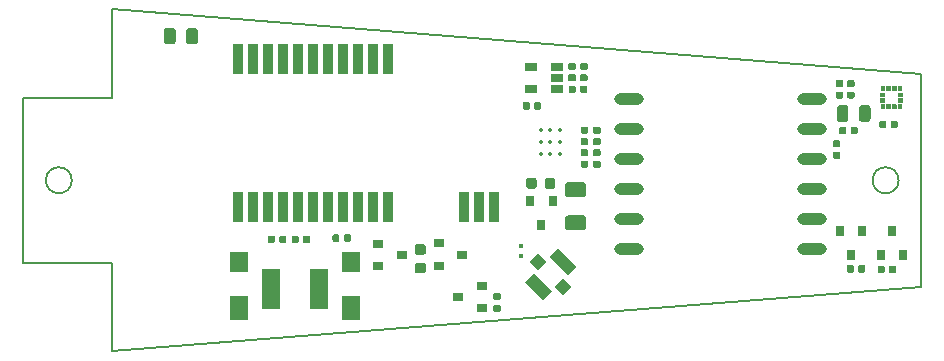
<source format=gtp>
G04 #@! TF.GenerationSoftware,KiCad,Pcbnew,5.1.5+dfsg1-2build2*
G04 #@! TF.CreationDate,2022-04-26T17:08:19+02:00*
G04 #@! TF.ProjectId,main,6d61696e-2e6b-4696-9361-645f70636258,rev?*
G04 #@! TF.SameCoordinates,Original*
G04 #@! TF.FileFunction,Paste,Top*
G04 #@! TF.FilePolarity,Positive*
%FSLAX46Y46*%
G04 Gerber Fmt 4.6, Leading zero omitted, Abs format (unit mm)*
G04 Created by KiCad (PCBNEW 5.1.5+dfsg1-2build2) date 2022-04-26 17:08:19*
%MOMM*%
%LPD*%
G04 APERTURE LIST*
%ADD10C,0.150000*%
%ADD11R,1.060000X0.650000*%
%ADD12R,0.800000X0.900000*%
%ADD13R,0.900000X0.800000*%
%ADD14O,2.500000X1.000000*%
%ADD15R,0.890000X2.600000*%
%ADD16C,0.340000*%
%ADD17R,0.340000X0.370000*%
%ADD18R,1.650000X2.000000*%
%ADD19R,1.650000X1.800000*%
%ADD20R,1.500000X3.500000*%
G04 APERTURE END LIST*
D10*
X171100000Y-100000000D02*
G75*
G03X171100000Y-100000000I-1100000J0D01*
G01*
X101100000Y-100000000D02*
G75*
G03X101100000Y-100000000I-1100000J0D01*
G01*
X97000000Y-93000000D02*
X97000000Y-107000000D01*
X104500000Y-85500000D02*
X104500000Y-93000000D01*
X104500000Y-114500000D02*
X104500000Y-107000000D01*
X104500000Y-107000000D02*
X97000000Y-107000000D01*
X104500000Y-93000000D02*
X97000000Y-93000000D01*
X104500000Y-114500000D02*
X173000000Y-109000000D01*
X173000000Y-91000000D02*
X173000000Y-109000000D01*
X104500000Y-85500000D02*
X173000000Y-91000000D01*
G36*
X142286397Y-105757968D02*
G01*
X143842032Y-107313603D01*
X143099569Y-108056066D01*
X141543934Y-106500431D01*
X142286397Y-105757968D01*
G37*
G36*
X140200431Y-107843934D02*
G01*
X141756066Y-109399569D01*
X141013603Y-110142032D01*
X139457968Y-108586397D01*
X140200431Y-107843934D01*
G37*
G36*
X142710660Y-108303553D02*
G01*
X143417767Y-109010660D01*
X142710660Y-109717767D01*
X142003553Y-109010660D01*
X142710660Y-108303553D01*
G37*
G36*
X140589340Y-106182233D02*
G01*
X141296447Y-106889340D01*
X140589340Y-107596447D01*
X139882233Y-106889340D01*
X140589340Y-106182233D01*
G37*
G36*
X140696958Y-93380710D02*
G01*
X140711276Y-93382834D01*
X140725317Y-93386351D01*
X140738946Y-93391228D01*
X140752031Y-93397417D01*
X140764447Y-93404858D01*
X140776073Y-93413481D01*
X140786798Y-93423202D01*
X140796519Y-93433927D01*
X140805142Y-93445553D01*
X140812583Y-93457969D01*
X140818772Y-93471054D01*
X140823649Y-93484683D01*
X140827166Y-93498724D01*
X140829290Y-93513042D01*
X140830000Y-93527500D01*
X140830000Y-93872500D01*
X140829290Y-93886958D01*
X140827166Y-93901276D01*
X140823649Y-93915317D01*
X140818772Y-93928946D01*
X140812583Y-93942031D01*
X140805142Y-93954447D01*
X140796519Y-93966073D01*
X140786798Y-93976798D01*
X140776073Y-93986519D01*
X140764447Y-93995142D01*
X140752031Y-94002583D01*
X140738946Y-94008772D01*
X140725317Y-94013649D01*
X140711276Y-94017166D01*
X140696958Y-94019290D01*
X140682500Y-94020000D01*
X140387500Y-94020000D01*
X140373042Y-94019290D01*
X140358724Y-94017166D01*
X140344683Y-94013649D01*
X140331054Y-94008772D01*
X140317969Y-94002583D01*
X140305553Y-93995142D01*
X140293927Y-93986519D01*
X140283202Y-93976798D01*
X140273481Y-93966073D01*
X140264858Y-93954447D01*
X140257417Y-93942031D01*
X140251228Y-93928946D01*
X140246351Y-93915317D01*
X140242834Y-93901276D01*
X140240710Y-93886958D01*
X140240000Y-93872500D01*
X140240000Y-93527500D01*
X140240710Y-93513042D01*
X140242834Y-93498724D01*
X140246351Y-93484683D01*
X140251228Y-93471054D01*
X140257417Y-93457969D01*
X140264858Y-93445553D01*
X140273481Y-93433927D01*
X140283202Y-93423202D01*
X140293927Y-93413481D01*
X140305553Y-93404858D01*
X140317969Y-93397417D01*
X140331054Y-93391228D01*
X140344683Y-93386351D01*
X140358724Y-93382834D01*
X140373042Y-93380710D01*
X140387500Y-93380000D01*
X140682500Y-93380000D01*
X140696958Y-93380710D01*
G37*
G36*
X139726958Y-93380710D02*
G01*
X139741276Y-93382834D01*
X139755317Y-93386351D01*
X139768946Y-93391228D01*
X139782031Y-93397417D01*
X139794447Y-93404858D01*
X139806073Y-93413481D01*
X139816798Y-93423202D01*
X139826519Y-93433927D01*
X139835142Y-93445553D01*
X139842583Y-93457969D01*
X139848772Y-93471054D01*
X139853649Y-93484683D01*
X139857166Y-93498724D01*
X139859290Y-93513042D01*
X139860000Y-93527500D01*
X139860000Y-93872500D01*
X139859290Y-93886958D01*
X139857166Y-93901276D01*
X139853649Y-93915317D01*
X139848772Y-93928946D01*
X139842583Y-93942031D01*
X139835142Y-93954447D01*
X139826519Y-93966073D01*
X139816798Y-93976798D01*
X139806073Y-93986519D01*
X139794447Y-93995142D01*
X139782031Y-94002583D01*
X139768946Y-94008772D01*
X139755317Y-94013649D01*
X139741276Y-94017166D01*
X139726958Y-94019290D01*
X139712500Y-94020000D01*
X139417500Y-94020000D01*
X139403042Y-94019290D01*
X139388724Y-94017166D01*
X139374683Y-94013649D01*
X139361054Y-94008772D01*
X139347969Y-94002583D01*
X139335553Y-93995142D01*
X139323927Y-93986519D01*
X139313202Y-93976798D01*
X139303481Y-93966073D01*
X139294858Y-93954447D01*
X139287417Y-93942031D01*
X139281228Y-93928946D01*
X139276351Y-93915317D01*
X139272834Y-93901276D01*
X139270710Y-93886958D01*
X139270000Y-93872500D01*
X139270000Y-93527500D01*
X139270710Y-93513042D01*
X139272834Y-93498724D01*
X139276351Y-93484683D01*
X139281228Y-93471054D01*
X139287417Y-93457969D01*
X139294858Y-93445553D01*
X139303481Y-93433927D01*
X139313202Y-93423202D01*
X139323927Y-93413481D01*
X139335553Y-93404858D01*
X139347969Y-93397417D01*
X139361054Y-93391228D01*
X139374683Y-93386351D01*
X139388724Y-93382834D01*
X139403042Y-93380710D01*
X139417500Y-93380000D01*
X139712500Y-93380000D01*
X139726958Y-93380710D01*
G37*
D11*
X139950000Y-92300000D03*
X139950000Y-90400000D03*
X142150000Y-90400000D03*
X142150000Y-91350000D03*
X142150000Y-92300000D03*
D12*
X140850000Y-103750000D03*
X139900000Y-101750000D03*
X141800000Y-101750000D03*
X170550000Y-104300000D03*
X171500000Y-106300000D03*
X169600000Y-106300000D03*
X167050000Y-106300000D03*
X166100000Y-104300000D03*
X168000000Y-104300000D03*
D13*
X129050000Y-106350000D03*
X127050000Y-107300000D03*
X127050000Y-105400000D03*
X134150000Y-106300000D03*
X132150000Y-107250000D03*
X132150000Y-105350000D03*
X133800000Y-109900000D03*
X135800000Y-108950000D03*
X135800000Y-110850000D03*
D10*
G36*
X137286958Y-110540710D02*
G01*
X137301276Y-110542834D01*
X137315317Y-110546351D01*
X137328946Y-110551228D01*
X137342031Y-110557417D01*
X137354447Y-110564858D01*
X137366073Y-110573481D01*
X137376798Y-110583202D01*
X137386519Y-110593927D01*
X137395142Y-110605553D01*
X137402583Y-110617969D01*
X137408772Y-110631054D01*
X137413649Y-110644683D01*
X137417166Y-110658724D01*
X137419290Y-110673042D01*
X137420000Y-110687500D01*
X137420000Y-110982500D01*
X137419290Y-110996958D01*
X137417166Y-111011276D01*
X137413649Y-111025317D01*
X137408772Y-111038946D01*
X137402583Y-111052031D01*
X137395142Y-111064447D01*
X137386519Y-111076073D01*
X137376798Y-111086798D01*
X137366073Y-111096519D01*
X137354447Y-111105142D01*
X137342031Y-111112583D01*
X137328946Y-111118772D01*
X137315317Y-111123649D01*
X137301276Y-111127166D01*
X137286958Y-111129290D01*
X137272500Y-111130000D01*
X136927500Y-111130000D01*
X136913042Y-111129290D01*
X136898724Y-111127166D01*
X136884683Y-111123649D01*
X136871054Y-111118772D01*
X136857969Y-111112583D01*
X136845553Y-111105142D01*
X136833927Y-111096519D01*
X136823202Y-111086798D01*
X136813481Y-111076073D01*
X136804858Y-111064447D01*
X136797417Y-111052031D01*
X136791228Y-111038946D01*
X136786351Y-111025317D01*
X136782834Y-111011276D01*
X136780710Y-110996958D01*
X136780000Y-110982500D01*
X136780000Y-110687500D01*
X136780710Y-110673042D01*
X136782834Y-110658724D01*
X136786351Y-110644683D01*
X136791228Y-110631054D01*
X136797417Y-110617969D01*
X136804858Y-110605553D01*
X136813481Y-110593927D01*
X136823202Y-110583202D01*
X136833927Y-110573481D01*
X136845553Y-110564858D01*
X136857969Y-110557417D01*
X136871054Y-110551228D01*
X136884683Y-110546351D01*
X136898724Y-110542834D01*
X136913042Y-110540710D01*
X136927500Y-110540000D01*
X137272500Y-110540000D01*
X137286958Y-110540710D01*
G37*
G36*
X137286958Y-109570710D02*
G01*
X137301276Y-109572834D01*
X137315317Y-109576351D01*
X137328946Y-109581228D01*
X137342031Y-109587417D01*
X137354447Y-109594858D01*
X137366073Y-109603481D01*
X137376798Y-109613202D01*
X137386519Y-109623927D01*
X137395142Y-109635553D01*
X137402583Y-109647969D01*
X137408772Y-109661054D01*
X137413649Y-109674683D01*
X137417166Y-109688724D01*
X137419290Y-109703042D01*
X137420000Y-109717500D01*
X137420000Y-110012500D01*
X137419290Y-110026958D01*
X137417166Y-110041276D01*
X137413649Y-110055317D01*
X137408772Y-110068946D01*
X137402583Y-110082031D01*
X137395142Y-110094447D01*
X137386519Y-110106073D01*
X137376798Y-110116798D01*
X137366073Y-110126519D01*
X137354447Y-110135142D01*
X137342031Y-110142583D01*
X137328946Y-110148772D01*
X137315317Y-110153649D01*
X137301276Y-110157166D01*
X137286958Y-110159290D01*
X137272500Y-110160000D01*
X136927500Y-110160000D01*
X136913042Y-110159290D01*
X136898724Y-110157166D01*
X136884683Y-110153649D01*
X136871054Y-110148772D01*
X136857969Y-110142583D01*
X136845553Y-110135142D01*
X136833927Y-110126519D01*
X136823202Y-110116798D01*
X136813481Y-110106073D01*
X136804858Y-110094447D01*
X136797417Y-110082031D01*
X136791228Y-110068946D01*
X136786351Y-110055317D01*
X136782834Y-110041276D01*
X136780710Y-110026958D01*
X136780000Y-110012500D01*
X136780000Y-109717500D01*
X136780710Y-109703042D01*
X136782834Y-109688724D01*
X136786351Y-109674683D01*
X136791228Y-109661054D01*
X136797417Y-109647969D01*
X136804858Y-109635553D01*
X136813481Y-109623927D01*
X136823202Y-109613202D01*
X136833927Y-109603481D01*
X136845553Y-109594858D01*
X136857969Y-109587417D01*
X136871054Y-109581228D01*
X136884683Y-109576351D01*
X136898724Y-109572834D01*
X136913042Y-109570710D01*
X136927500Y-109570000D01*
X137272500Y-109570000D01*
X137286958Y-109570710D01*
G37*
G36*
X143636958Y-90070710D02*
G01*
X143651276Y-90072834D01*
X143665317Y-90076351D01*
X143678946Y-90081228D01*
X143692031Y-90087417D01*
X143704447Y-90094858D01*
X143716073Y-90103481D01*
X143726798Y-90113202D01*
X143736519Y-90123927D01*
X143745142Y-90135553D01*
X143752583Y-90147969D01*
X143758772Y-90161054D01*
X143763649Y-90174683D01*
X143767166Y-90188724D01*
X143769290Y-90203042D01*
X143770000Y-90217500D01*
X143770000Y-90512500D01*
X143769290Y-90526958D01*
X143767166Y-90541276D01*
X143763649Y-90555317D01*
X143758772Y-90568946D01*
X143752583Y-90582031D01*
X143745142Y-90594447D01*
X143736519Y-90606073D01*
X143726798Y-90616798D01*
X143716073Y-90626519D01*
X143704447Y-90635142D01*
X143692031Y-90642583D01*
X143678946Y-90648772D01*
X143665317Y-90653649D01*
X143651276Y-90657166D01*
X143636958Y-90659290D01*
X143622500Y-90660000D01*
X143277500Y-90660000D01*
X143263042Y-90659290D01*
X143248724Y-90657166D01*
X143234683Y-90653649D01*
X143221054Y-90648772D01*
X143207969Y-90642583D01*
X143195553Y-90635142D01*
X143183927Y-90626519D01*
X143173202Y-90616798D01*
X143163481Y-90606073D01*
X143154858Y-90594447D01*
X143147417Y-90582031D01*
X143141228Y-90568946D01*
X143136351Y-90555317D01*
X143132834Y-90541276D01*
X143130710Y-90526958D01*
X143130000Y-90512500D01*
X143130000Y-90217500D01*
X143130710Y-90203042D01*
X143132834Y-90188724D01*
X143136351Y-90174683D01*
X143141228Y-90161054D01*
X143147417Y-90147969D01*
X143154858Y-90135553D01*
X143163481Y-90123927D01*
X143173202Y-90113202D01*
X143183927Y-90103481D01*
X143195553Y-90094858D01*
X143207969Y-90087417D01*
X143221054Y-90081228D01*
X143234683Y-90076351D01*
X143248724Y-90072834D01*
X143263042Y-90070710D01*
X143277500Y-90070000D01*
X143622500Y-90070000D01*
X143636958Y-90070710D01*
G37*
G36*
X143636958Y-91040710D02*
G01*
X143651276Y-91042834D01*
X143665317Y-91046351D01*
X143678946Y-91051228D01*
X143692031Y-91057417D01*
X143704447Y-91064858D01*
X143716073Y-91073481D01*
X143726798Y-91083202D01*
X143736519Y-91093927D01*
X143745142Y-91105553D01*
X143752583Y-91117969D01*
X143758772Y-91131054D01*
X143763649Y-91144683D01*
X143767166Y-91158724D01*
X143769290Y-91173042D01*
X143770000Y-91187500D01*
X143770000Y-91482500D01*
X143769290Y-91496958D01*
X143767166Y-91511276D01*
X143763649Y-91525317D01*
X143758772Y-91538946D01*
X143752583Y-91552031D01*
X143745142Y-91564447D01*
X143736519Y-91576073D01*
X143726798Y-91586798D01*
X143716073Y-91596519D01*
X143704447Y-91605142D01*
X143692031Y-91612583D01*
X143678946Y-91618772D01*
X143665317Y-91623649D01*
X143651276Y-91627166D01*
X143636958Y-91629290D01*
X143622500Y-91630000D01*
X143277500Y-91630000D01*
X143263042Y-91629290D01*
X143248724Y-91627166D01*
X143234683Y-91623649D01*
X143221054Y-91618772D01*
X143207969Y-91612583D01*
X143195553Y-91605142D01*
X143183927Y-91596519D01*
X143173202Y-91586798D01*
X143163481Y-91576073D01*
X143154858Y-91564447D01*
X143147417Y-91552031D01*
X143141228Y-91538946D01*
X143136351Y-91525317D01*
X143132834Y-91511276D01*
X143130710Y-91496958D01*
X143130000Y-91482500D01*
X143130000Y-91187500D01*
X143130710Y-91173042D01*
X143132834Y-91158724D01*
X143136351Y-91144683D01*
X143141228Y-91131054D01*
X143147417Y-91117969D01*
X143154858Y-91105553D01*
X143163481Y-91093927D01*
X143173202Y-91083202D01*
X143183927Y-91073481D01*
X143195553Y-91064858D01*
X143207969Y-91057417D01*
X143221054Y-91051228D01*
X143234683Y-91046351D01*
X143248724Y-91042834D01*
X143263042Y-91040710D01*
X143277500Y-91040000D01*
X143622500Y-91040000D01*
X143636958Y-91040710D01*
G37*
G36*
X144596958Y-91980710D02*
G01*
X144611276Y-91982834D01*
X144625317Y-91986351D01*
X144638946Y-91991228D01*
X144652031Y-91997417D01*
X144664447Y-92004858D01*
X144676073Y-92013481D01*
X144686798Y-92023202D01*
X144696519Y-92033927D01*
X144705142Y-92045553D01*
X144712583Y-92057969D01*
X144718772Y-92071054D01*
X144723649Y-92084683D01*
X144727166Y-92098724D01*
X144729290Y-92113042D01*
X144730000Y-92127500D01*
X144730000Y-92472500D01*
X144729290Y-92486958D01*
X144727166Y-92501276D01*
X144723649Y-92515317D01*
X144718772Y-92528946D01*
X144712583Y-92542031D01*
X144705142Y-92554447D01*
X144696519Y-92566073D01*
X144686798Y-92576798D01*
X144676073Y-92586519D01*
X144664447Y-92595142D01*
X144652031Y-92602583D01*
X144638946Y-92608772D01*
X144625317Y-92613649D01*
X144611276Y-92617166D01*
X144596958Y-92619290D01*
X144582500Y-92620000D01*
X144287500Y-92620000D01*
X144273042Y-92619290D01*
X144258724Y-92617166D01*
X144244683Y-92613649D01*
X144231054Y-92608772D01*
X144217969Y-92602583D01*
X144205553Y-92595142D01*
X144193927Y-92586519D01*
X144183202Y-92576798D01*
X144173481Y-92566073D01*
X144164858Y-92554447D01*
X144157417Y-92542031D01*
X144151228Y-92528946D01*
X144146351Y-92515317D01*
X144142834Y-92501276D01*
X144140710Y-92486958D01*
X144140000Y-92472500D01*
X144140000Y-92127500D01*
X144140710Y-92113042D01*
X144142834Y-92098724D01*
X144146351Y-92084683D01*
X144151228Y-92071054D01*
X144157417Y-92057969D01*
X144164858Y-92045553D01*
X144173481Y-92033927D01*
X144183202Y-92023202D01*
X144193927Y-92013481D01*
X144205553Y-92004858D01*
X144217969Y-91997417D01*
X144231054Y-91991228D01*
X144244683Y-91986351D01*
X144258724Y-91982834D01*
X144273042Y-91980710D01*
X144287500Y-91980000D01*
X144582500Y-91980000D01*
X144596958Y-91980710D01*
G37*
G36*
X143626958Y-91980710D02*
G01*
X143641276Y-91982834D01*
X143655317Y-91986351D01*
X143668946Y-91991228D01*
X143682031Y-91997417D01*
X143694447Y-92004858D01*
X143706073Y-92013481D01*
X143716798Y-92023202D01*
X143726519Y-92033927D01*
X143735142Y-92045553D01*
X143742583Y-92057969D01*
X143748772Y-92071054D01*
X143753649Y-92084683D01*
X143757166Y-92098724D01*
X143759290Y-92113042D01*
X143760000Y-92127500D01*
X143760000Y-92472500D01*
X143759290Y-92486958D01*
X143757166Y-92501276D01*
X143753649Y-92515317D01*
X143748772Y-92528946D01*
X143742583Y-92542031D01*
X143735142Y-92554447D01*
X143726519Y-92566073D01*
X143716798Y-92576798D01*
X143706073Y-92586519D01*
X143694447Y-92595142D01*
X143682031Y-92602583D01*
X143668946Y-92608772D01*
X143655317Y-92613649D01*
X143641276Y-92617166D01*
X143626958Y-92619290D01*
X143612500Y-92620000D01*
X143317500Y-92620000D01*
X143303042Y-92619290D01*
X143288724Y-92617166D01*
X143274683Y-92613649D01*
X143261054Y-92608772D01*
X143247969Y-92602583D01*
X143235553Y-92595142D01*
X143223927Y-92586519D01*
X143213202Y-92576798D01*
X143203481Y-92566073D01*
X143194858Y-92554447D01*
X143187417Y-92542031D01*
X143181228Y-92528946D01*
X143176351Y-92515317D01*
X143172834Y-92501276D01*
X143170710Y-92486958D01*
X143170000Y-92472500D01*
X143170000Y-92127500D01*
X143170710Y-92113042D01*
X143172834Y-92098724D01*
X143176351Y-92084683D01*
X143181228Y-92071054D01*
X143187417Y-92057969D01*
X143194858Y-92045553D01*
X143203481Y-92033927D01*
X143213202Y-92023202D01*
X143223927Y-92013481D01*
X143235553Y-92004858D01*
X143247969Y-91997417D01*
X143261054Y-91991228D01*
X143274683Y-91986351D01*
X143288724Y-91982834D01*
X143303042Y-91980710D01*
X143317500Y-91980000D01*
X143612500Y-91980000D01*
X143626958Y-91980710D01*
G37*
G36*
X144636958Y-90070710D02*
G01*
X144651276Y-90072834D01*
X144665317Y-90076351D01*
X144678946Y-90081228D01*
X144692031Y-90087417D01*
X144704447Y-90094858D01*
X144716073Y-90103481D01*
X144726798Y-90113202D01*
X144736519Y-90123927D01*
X144745142Y-90135553D01*
X144752583Y-90147969D01*
X144758772Y-90161054D01*
X144763649Y-90174683D01*
X144767166Y-90188724D01*
X144769290Y-90203042D01*
X144770000Y-90217500D01*
X144770000Y-90512500D01*
X144769290Y-90526958D01*
X144767166Y-90541276D01*
X144763649Y-90555317D01*
X144758772Y-90568946D01*
X144752583Y-90582031D01*
X144745142Y-90594447D01*
X144736519Y-90606073D01*
X144726798Y-90616798D01*
X144716073Y-90626519D01*
X144704447Y-90635142D01*
X144692031Y-90642583D01*
X144678946Y-90648772D01*
X144665317Y-90653649D01*
X144651276Y-90657166D01*
X144636958Y-90659290D01*
X144622500Y-90660000D01*
X144277500Y-90660000D01*
X144263042Y-90659290D01*
X144248724Y-90657166D01*
X144234683Y-90653649D01*
X144221054Y-90648772D01*
X144207969Y-90642583D01*
X144195553Y-90635142D01*
X144183927Y-90626519D01*
X144173202Y-90616798D01*
X144163481Y-90606073D01*
X144154858Y-90594447D01*
X144147417Y-90582031D01*
X144141228Y-90568946D01*
X144136351Y-90555317D01*
X144132834Y-90541276D01*
X144130710Y-90526958D01*
X144130000Y-90512500D01*
X144130000Y-90217500D01*
X144130710Y-90203042D01*
X144132834Y-90188724D01*
X144136351Y-90174683D01*
X144141228Y-90161054D01*
X144147417Y-90147969D01*
X144154858Y-90135553D01*
X144163481Y-90123927D01*
X144173202Y-90113202D01*
X144183927Y-90103481D01*
X144195553Y-90094858D01*
X144207969Y-90087417D01*
X144221054Y-90081228D01*
X144234683Y-90076351D01*
X144248724Y-90072834D01*
X144263042Y-90070710D01*
X144277500Y-90070000D01*
X144622500Y-90070000D01*
X144636958Y-90070710D01*
G37*
G36*
X144636958Y-91040710D02*
G01*
X144651276Y-91042834D01*
X144665317Y-91046351D01*
X144678946Y-91051228D01*
X144692031Y-91057417D01*
X144704447Y-91064858D01*
X144716073Y-91073481D01*
X144726798Y-91083202D01*
X144736519Y-91093927D01*
X144745142Y-91105553D01*
X144752583Y-91117969D01*
X144758772Y-91131054D01*
X144763649Y-91144683D01*
X144767166Y-91158724D01*
X144769290Y-91173042D01*
X144770000Y-91187500D01*
X144770000Y-91482500D01*
X144769290Y-91496958D01*
X144767166Y-91511276D01*
X144763649Y-91525317D01*
X144758772Y-91538946D01*
X144752583Y-91552031D01*
X144745142Y-91564447D01*
X144736519Y-91576073D01*
X144726798Y-91586798D01*
X144716073Y-91596519D01*
X144704447Y-91605142D01*
X144692031Y-91612583D01*
X144678946Y-91618772D01*
X144665317Y-91623649D01*
X144651276Y-91627166D01*
X144636958Y-91629290D01*
X144622500Y-91630000D01*
X144277500Y-91630000D01*
X144263042Y-91629290D01*
X144248724Y-91627166D01*
X144234683Y-91623649D01*
X144221054Y-91618772D01*
X144207969Y-91612583D01*
X144195553Y-91605142D01*
X144183927Y-91596519D01*
X144173202Y-91586798D01*
X144163481Y-91576073D01*
X144154858Y-91564447D01*
X144147417Y-91552031D01*
X144141228Y-91538946D01*
X144136351Y-91525317D01*
X144132834Y-91511276D01*
X144130710Y-91496958D01*
X144130000Y-91482500D01*
X144130000Y-91187500D01*
X144130710Y-91173042D01*
X144132834Y-91158724D01*
X144136351Y-91144683D01*
X144141228Y-91131054D01*
X144147417Y-91117969D01*
X144154858Y-91105553D01*
X144163481Y-91093927D01*
X144173202Y-91083202D01*
X144183927Y-91073481D01*
X144195553Y-91064858D01*
X144207969Y-91057417D01*
X144221054Y-91051228D01*
X144234683Y-91046351D01*
X144248724Y-91042834D01*
X144263042Y-91040710D01*
X144277500Y-91040000D01*
X144622500Y-91040000D01*
X144636958Y-91040710D01*
G37*
D14*
X148250000Y-93150000D03*
X148250000Y-95690000D03*
X148250000Y-98230000D03*
X148250000Y-100770000D03*
X148250000Y-103310000D03*
X148250000Y-105850000D03*
X163750000Y-93150000D03*
X163750000Y-95690000D03*
X163750000Y-98230000D03*
X163750000Y-100770000D03*
X163750000Y-103310000D03*
X163750000Y-105850000D03*
D10*
G36*
X144686958Y-97370710D02*
G01*
X144701276Y-97372834D01*
X144715317Y-97376351D01*
X144728946Y-97381228D01*
X144742031Y-97387417D01*
X144754447Y-97394858D01*
X144766073Y-97403481D01*
X144776798Y-97413202D01*
X144786519Y-97423927D01*
X144795142Y-97435553D01*
X144802583Y-97447969D01*
X144808772Y-97461054D01*
X144813649Y-97474683D01*
X144817166Y-97488724D01*
X144819290Y-97503042D01*
X144820000Y-97517500D01*
X144820000Y-97812500D01*
X144819290Y-97826958D01*
X144817166Y-97841276D01*
X144813649Y-97855317D01*
X144808772Y-97868946D01*
X144802583Y-97882031D01*
X144795142Y-97894447D01*
X144786519Y-97906073D01*
X144776798Y-97916798D01*
X144766073Y-97926519D01*
X144754447Y-97935142D01*
X144742031Y-97942583D01*
X144728946Y-97948772D01*
X144715317Y-97953649D01*
X144701276Y-97957166D01*
X144686958Y-97959290D01*
X144672500Y-97960000D01*
X144327500Y-97960000D01*
X144313042Y-97959290D01*
X144298724Y-97957166D01*
X144284683Y-97953649D01*
X144271054Y-97948772D01*
X144257969Y-97942583D01*
X144245553Y-97935142D01*
X144233927Y-97926519D01*
X144223202Y-97916798D01*
X144213481Y-97906073D01*
X144204858Y-97894447D01*
X144197417Y-97882031D01*
X144191228Y-97868946D01*
X144186351Y-97855317D01*
X144182834Y-97841276D01*
X144180710Y-97826958D01*
X144180000Y-97812500D01*
X144180000Y-97517500D01*
X144180710Y-97503042D01*
X144182834Y-97488724D01*
X144186351Y-97474683D01*
X144191228Y-97461054D01*
X144197417Y-97447969D01*
X144204858Y-97435553D01*
X144213481Y-97423927D01*
X144223202Y-97413202D01*
X144233927Y-97403481D01*
X144245553Y-97394858D01*
X144257969Y-97387417D01*
X144271054Y-97381228D01*
X144284683Y-97376351D01*
X144298724Y-97372834D01*
X144313042Y-97370710D01*
X144327500Y-97370000D01*
X144672500Y-97370000D01*
X144686958Y-97370710D01*
G37*
G36*
X144686958Y-98340710D02*
G01*
X144701276Y-98342834D01*
X144715317Y-98346351D01*
X144728946Y-98351228D01*
X144742031Y-98357417D01*
X144754447Y-98364858D01*
X144766073Y-98373481D01*
X144776798Y-98383202D01*
X144786519Y-98393927D01*
X144795142Y-98405553D01*
X144802583Y-98417969D01*
X144808772Y-98431054D01*
X144813649Y-98444683D01*
X144817166Y-98458724D01*
X144819290Y-98473042D01*
X144820000Y-98487500D01*
X144820000Y-98782500D01*
X144819290Y-98796958D01*
X144817166Y-98811276D01*
X144813649Y-98825317D01*
X144808772Y-98838946D01*
X144802583Y-98852031D01*
X144795142Y-98864447D01*
X144786519Y-98876073D01*
X144776798Y-98886798D01*
X144766073Y-98896519D01*
X144754447Y-98905142D01*
X144742031Y-98912583D01*
X144728946Y-98918772D01*
X144715317Y-98923649D01*
X144701276Y-98927166D01*
X144686958Y-98929290D01*
X144672500Y-98930000D01*
X144327500Y-98930000D01*
X144313042Y-98929290D01*
X144298724Y-98927166D01*
X144284683Y-98923649D01*
X144271054Y-98918772D01*
X144257969Y-98912583D01*
X144245553Y-98905142D01*
X144233927Y-98896519D01*
X144223202Y-98886798D01*
X144213481Y-98876073D01*
X144204858Y-98864447D01*
X144197417Y-98852031D01*
X144191228Y-98838946D01*
X144186351Y-98825317D01*
X144182834Y-98811276D01*
X144180710Y-98796958D01*
X144180000Y-98782500D01*
X144180000Y-98487500D01*
X144180710Y-98473042D01*
X144182834Y-98458724D01*
X144186351Y-98444683D01*
X144191228Y-98431054D01*
X144197417Y-98417969D01*
X144204858Y-98405553D01*
X144213481Y-98393927D01*
X144223202Y-98383202D01*
X144233927Y-98373481D01*
X144245553Y-98364858D01*
X144257969Y-98357417D01*
X144271054Y-98351228D01*
X144284683Y-98346351D01*
X144298724Y-98342834D01*
X144313042Y-98340710D01*
X144327500Y-98340000D01*
X144672500Y-98340000D01*
X144686958Y-98340710D01*
G37*
G36*
X144686958Y-95470710D02*
G01*
X144701276Y-95472834D01*
X144715317Y-95476351D01*
X144728946Y-95481228D01*
X144742031Y-95487417D01*
X144754447Y-95494858D01*
X144766073Y-95503481D01*
X144776798Y-95513202D01*
X144786519Y-95523927D01*
X144795142Y-95535553D01*
X144802583Y-95547969D01*
X144808772Y-95561054D01*
X144813649Y-95574683D01*
X144817166Y-95588724D01*
X144819290Y-95603042D01*
X144820000Y-95617500D01*
X144820000Y-95912500D01*
X144819290Y-95926958D01*
X144817166Y-95941276D01*
X144813649Y-95955317D01*
X144808772Y-95968946D01*
X144802583Y-95982031D01*
X144795142Y-95994447D01*
X144786519Y-96006073D01*
X144776798Y-96016798D01*
X144766073Y-96026519D01*
X144754447Y-96035142D01*
X144742031Y-96042583D01*
X144728946Y-96048772D01*
X144715317Y-96053649D01*
X144701276Y-96057166D01*
X144686958Y-96059290D01*
X144672500Y-96060000D01*
X144327500Y-96060000D01*
X144313042Y-96059290D01*
X144298724Y-96057166D01*
X144284683Y-96053649D01*
X144271054Y-96048772D01*
X144257969Y-96042583D01*
X144245553Y-96035142D01*
X144233927Y-96026519D01*
X144223202Y-96016798D01*
X144213481Y-96006073D01*
X144204858Y-95994447D01*
X144197417Y-95982031D01*
X144191228Y-95968946D01*
X144186351Y-95955317D01*
X144182834Y-95941276D01*
X144180710Y-95926958D01*
X144180000Y-95912500D01*
X144180000Y-95617500D01*
X144180710Y-95603042D01*
X144182834Y-95588724D01*
X144186351Y-95574683D01*
X144191228Y-95561054D01*
X144197417Y-95547969D01*
X144204858Y-95535553D01*
X144213481Y-95523927D01*
X144223202Y-95513202D01*
X144233927Y-95503481D01*
X144245553Y-95494858D01*
X144257969Y-95487417D01*
X144271054Y-95481228D01*
X144284683Y-95476351D01*
X144298724Y-95472834D01*
X144313042Y-95470710D01*
X144327500Y-95470000D01*
X144672500Y-95470000D01*
X144686958Y-95470710D01*
G37*
G36*
X144686958Y-96440710D02*
G01*
X144701276Y-96442834D01*
X144715317Y-96446351D01*
X144728946Y-96451228D01*
X144742031Y-96457417D01*
X144754447Y-96464858D01*
X144766073Y-96473481D01*
X144776798Y-96483202D01*
X144786519Y-96493927D01*
X144795142Y-96505553D01*
X144802583Y-96517969D01*
X144808772Y-96531054D01*
X144813649Y-96544683D01*
X144817166Y-96558724D01*
X144819290Y-96573042D01*
X144820000Y-96587500D01*
X144820000Y-96882500D01*
X144819290Y-96896958D01*
X144817166Y-96911276D01*
X144813649Y-96925317D01*
X144808772Y-96938946D01*
X144802583Y-96952031D01*
X144795142Y-96964447D01*
X144786519Y-96976073D01*
X144776798Y-96986798D01*
X144766073Y-96996519D01*
X144754447Y-97005142D01*
X144742031Y-97012583D01*
X144728946Y-97018772D01*
X144715317Y-97023649D01*
X144701276Y-97027166D01*
X144686958Y-97029290D01*
X144672500Y-97030000D01*
X144327500Y-97030000D01*
X144313042Y-97029290D01*
X144298724Y-97027166D01*
X144284683Y-97023649D01*
X144271054Y-97018772D01*
X144257969Y-97012583D01*
X144245553Y-97005142D01*
X144233927Y-96996519D01*
X144223202Y-96986798D01*
X144213481Y-96976073D01*
X144204858Y-96964447D01*
X144197417Y-96952031D01*
X144191228Y-96938946D01*
X144186351Y-96925317D01*
X144182834Y-96911276D01*
X144180710Y-96896958D01*
X144180000Y-96882500D01*
X144180000Y-96587500D01*
X144180710Y-96573042D01*
X144182834Y-96558724D01*
X144186351Y-96544683D01*
X144191228Y-96531054D01*
X144197417Y-96517969D01*
X144204858Y-96505553D01*
X144213481Y-96493927D01*
X144223202Y-96483202D01*
X144233927Y-96473481D01*
X144245553Y-96464858D01*
X144257969Y-96457417D01*
X144271054Y-96451228D01*
X144284683Y-96446351D01*
X144298724Y-96442834D01*
X144313042Y-96440710D01*
X144327500Y-96440000D01*
X144672500Y-96440000D01*
X144686958Y-96440710D01*
G37*
G36*
X144399504Y-100176204D02*
G01*
X144423773Y-100179804D01*
X144447571Y-100185765D01*
X144470671Y-100194030D01*
X144492849Y-100204520D01*
X144513893Y-100217133D01*
X144533598Y-100231747D01*
X144551777Y-100248223D01*
X144568253Y-100266402D01*
X144582867Y-100286107D01*
X144595480Y-100307151D01*
X144605970Y-100329329D01*
X144614235Y-100352429D01*
X144620196Y-100376227D01*
X144623796Y-100400496D01*
X144625000Y-100425000D01*
X144625000Y-101175000D01*
X144623796Y-101199504D01*
X144620196Y-101223773D01*
X144614235Y-101247571D01*
X144605970Y-101270671D01*
X144595480Y-101292849D01*
X144582867Y-101313893D01*
X144568253Y-101333598D01*
X144551777Y-101351777D01*
X144533598Y-101368253D01*
X144513893Y-101382867D01*
X144492849Y-101395480D01*
X144470671Y-101405970D01*
X144447571Y-101414235D01*
X144423773Y-101420196D01*
X144399504Y-101423796D01*
X144375000Y-101425000D01*
X143125000Y-101425000D01*
X143100496Y-101423796D01*
X143076227Y-101420196D01*
X143052429Y-101414235D01*
X143029329Y-101405970D01*
X143007151Y-101395480D01*
X142986107Y-101382867D01*
X142966402Y-101368253D01*
X142948223Y-101351777D01*
X142931747Y-101333598D01*
X142917133Y-101313893D01*
X142904520Y-101292849D01*
X142894030Y-101270671D01*
X142885765Y-101247571D01*
X142879804Y-101223773D01*
X142876204Y-101199504D01*
X142875000Y-101175000D01*
X142875000Y-100425000D01*
X142876204Y-100400496D01*
X142879804Y-100376227D01*
X142885765Y-100352429D01*
X142894030Y-100329329D01*
X142904520Y-100307151D01*
X142917133Y-100286107D01*
X142931747Y-100266402D01*
X142948223Y-100248223D01*
X142966402Y-100231747D01*
X142986107Y-100217133D01*
X143007151Y-100204520D01*
X143029329Y-100194030D01*
X143052429Y-100185765D01*
X143076227Y-100179804D01*
X143100496Y-100176204D01*
X143125000Y-100175000D01*
X144375000Y-100175000D01*
X144399504Y-100176204D01*
G37*
G36*
X144399504Y-102976204D02*
G01*
X144423773Y-102979804D01*
X144447571Y-102985765D01*
X144470671Y-102994030D01*
X144492849Y-103004520D01*
X144513893Y-103017133D01*
X144533598Y-103031747D01*
X144551777Y-103048223D01*
X144568253Y-103066402D01*
X144582867Y-103086107D01*
X144595480Y-103107151D01*
X144605970Y-103129329D01*
X144614235Y-103152429D01*
X144620196Y-103176227D01*
X144623796Y-103200496D01*
X144625000Y-103225000D01*
X144625000Y-103975000D01*
X144623796Y-103999504D01*
X144620196Y-104023773D01*
X144614235Y-104047571D01*
X144605970Y-104070671D01*
X144595480Y-104092849D01*
X144582867Y-104113893D01*
X144568253Y-104133598D01*
X144551777Y-104151777D01*
X144533598Y-104168253D01*
X144513893Y-104182867D01*
X144492849Y-104195480D01*
X144470671Y-104205970D01*
X144447571Y-104214235D01*
X144423773Y-104220196D01*
X144399504Y-104223796D01*
X144375000Y-104225000D01*
X143125000Y-104225000D01*
X143100496Y-104223796D01*
X143076227Y-104220196D01*
X143052429Y-104214235D01*
X143029329Y-104205970D01*
X143007151Y-104195480D01*
X142986107Y-104182867D01*
X142966402Y-104168253D01*
X142948223Y-104151777D01*
X142931747Y-104133598D01*
X142917133Y-104113893D01*
X142904520Y-104092849D01*
X142894030Y-104070671D01*
X142885765Y-104047571D01*
X142879804Y-104023773D01*
X142876204Y-103999504D01*
X142875000Y-103975000D01*
X142875000Y-103225000D01*
X142876204Y-103200496D01*
X142879804Y-103176227D01*
X142885765Y-103152429D01*
X142894030Y-103129329D01*
X142904520Y-103107151D01*
X142917133Y-103086107D01*
X142931747Y-103066402D01*
X142948223Y-103048223D01*
X142966402Y-103031747D01*
X142986107Y-103017133D01*
X143007151Y-103004520D01*
X143029329Y-102994030D01*
X143052429Y-102985765D01*
X143076227Y-102979804D01*
X143100496Y-102976204D01*
X143125000Y-102975000D01*
X144375000Y-102975000D01*
X144399504Y-102976204D01*
G37*
D15*
X136825000Y-102250000D03*
X135555000Y-102250000D03*
X134285000Y-102250000D03*
X127905000Y-102250000D03*
X126635000Y-102250000D03*
X125365000Y-102250000D03*
X124095000Y-102250000D03*
X122825000Y-102250000D03*
X121555000Y-102250000D03*
X120285000Y-102250000D03*
X119015000Y-102250000D03*
X117745000Y-102250000D03*
X116475000Y-102250000D03*
X115205000Y-102250000D03*
X115205000Y-89750000D03*
X116475000Y-89750000D03*
X117745000Y-89750000D03*
X119015000Y-89750000D03*
X120285000Y-89750000D03*
X121555000Y-89750000D03*
X122825000Y-89750000D03*
X124095000Y-89750000D03*
X125365000Y-89750000D03*
X126635000Y-89750000D03*
X127905000Y-89750000D03*
D16*
X142400000Y-95750000D03*
X142400000Y-96750000D03*
X142400000Y-97750000D03*
X141600000Y-95750000D03*
X141600000Y-96750000D03*
X141600000Y-97750000D03*
X140800000Y-95750000D03*
X140800000Y-96750000D03*
X140800000Y-97750000D03*
D10*
G36*
X145736958Y-98355710D02*
G01*
X145751276Y-98357834D01*
X145765317Y-98361351D01*
X145778946Y-98366228D01*
X145792031Y-98372417D01*
X145804447Y-98379858D01*
X145816073Y-98388481D01*
X145826798Y-98398202D01*
X145836519Y-98408927D01*
X145845142Y-98420553D01*
X145852583Y-98432969D01*
X145858772Y-98446054D01*
X145863649Y-98459683D01*
X145867166Y-98473724D01*
X145869290Y-98488042D01*
X145870000Y-98502500D01*
X145870000Y-98797500D01*
X145869290Y-98811958D01*
X145867166Y-98826276D01*
X145863649Y-98840317D01*
X145858772Y-98853946D01*
X145852583Y-98867031D01*
X145845142Y-98879447D01*
X145836519Y-98891073D01*
X145826798Y-98901798D01*
X145816073Y-98911519D01*
X145804447Y-98920142D01*
X145792031Y-98927583D01*
X145778946Y-98933772D01*
X145765317Y-98938649D01*
X145751276Y-98942166D01*
X145736958Y-98944290D01*
X145722500Y-98945000D01*
X145377500Y-98945000D01*
X145363042Y-98944290D01*
X145348724Y-98942166D01*
X145334683Y-98938649D01*
X145321054Y-98933772D01*
X145307969Y-98927583D01*
X145295553Y-98920142D01*
X145283927Y-98911519D01*
X145273202Y-98901798D01*
X145263481Y-98891073D01*
X145254858Y-98879447D01*
X145247417Y-98867031D01*
X145241228Y-98853946D01*
X145236351Y-98840317D01*
X145232834Y-98826276D01*
X145230710Y-98811958D01*
X145230000Y-98797500D01*
X145230000Y-98502500D01*
X145230710Y-98488042D01*
X145232834Y-98473724D01*
X145236351Y-98459683D01*
X145241228Y-98446054D01*
X145247417Y-98432969D01*
X145254858Y-98420553D01*
X145263481Y-98408927D01*
X145273202Y-98398202D01*
X145283927Y-98388481D01*
X145295553Y-98379858D01*
X145307969Y-98372417D01*
X145321054Y-98366228D01*
X145334683Y-98361351D01*
X145348724Y-98357834D01*
X145363042Y-98355710D01*
X145377500Y-98355000D01*
X145722500Y-98355000D01*
X145736958Y-98355710D01*
G37*
G36*
X145736958Y-97385710D02*
G01*
X145751276Y-97387834D01*
X145765317Y-97391351D01*
X145778946Y-97396228D01*
X145792031Y-97402417D01*
X145804447Y-97409858D01*
X145816073Y-97418481D01*
X145826798Y-97428202D01*
X145836519Y-97438927D01*
X145845142Y-97450553D01*
X145852583Y-97462969D01*
X145858772Y-97476054D01*
X145863649Y-97489683D01*
X145867166Y-97503724D01*
X145869290Y-97518042D01*
X145870000Y-97532500D01*
X145870000Y-97827500D01*
X145869290Y-97841958D01*
X145867166Y-97856276D01*
X145863649Y-97870317D01*
X145858772Y-97883946D01*
X145852583Y-97897031D01*
X145845142Y-97909447D01*
X145836519Y-97921073D01*
X145826798Y-97931798D01*
X145816073Y-97941519D01*
X145804447Y-97950142D01*
X145792031Y-97957583D01*
X145778946Y-97963772D01*
X145765317Y-97968649D01*
X145751276Y-97972166D01*
X145736958Y-97974290D01*
X145722500Y-97975000D01*
X145377500Y-97975000D01*
X145363042Y-97974290D01*
X145348724Y-97972166D01*
X145334683Y-97968649D01*
X145321054Y-97963772D01*
X145307969Y-97957583D01*
X145295553Y-97950142D01*
X145283927Y-97941519D01*
X145273202Y-97931798D01*
X145263481Y-97921073D01*
X145254858Y-97909447D01*
X145247417Y-97897031D01*
X145241228Y-97883946D01*
X145236351Y-97870317D01*
X145232834Y-97856276D01*
X145230710Y-97841958D01*
X145230000Y-97827500D01*
X145230000Y-97532500D01*
X145230710Y-97518042D01*
X145232834Y-97503724D01*
X145236351Y-97489683D01*
X145241228Y-97476054D01*
X145247417Y-97462969D01*
X145254858Y-97450553D01*
X145263481Y-97438927D01*
X145273202Y-97428202D01*
X145283927Y-97418481D01*
X145295553Y-97409858D01*
X145307969Y-97402417D01*
X145321054Y-97396228D01*
X145334683Y-97391351D01*
X145348724Y-97387834D01*
X145363042Y-97385710D01*
X145377500Y-97385000D01*
X145722500Y-97385000D01*
X145736958Y-97385710D01*
G37*
G36*
X169926958Y-94955710D02*
G01*
X169941276Y-94957834D01*
X169955317Y-94961351D01*
X169968946Y-94966228D01*
X169982031Y-94972417D01*
X169994447Y-94979858D01*
X170006073Y-94988481D01*
X170016798Y-94998202D01*
X170026519Y-95008927D01*
X170035142Y-95020553D01*
X170042583Y-95032969D01*
X170048772Y-95046054D01*
X170053649Y-95059683D01*
X170057166Y-95073724D01*
X170059290Y-95088042D01*
X170060000Y-95102500D01*
X170060000Y-95447500D01*
X170059290Y-95461958D01*
X170057166Y-95476276D01*
X170053649Y-95490317D01*
X170048772Y-95503946D01*
X170042583Y-95517031D01*
X170035142Y-95529447D01*
X170026519Y-95541073D01*
X170016798Y-95551798D01*
X170006073Y-95561519D01*
X169994447Y-95570142D01*
X169982031Y-95577583D01*
X169968946Y-95583772D01*
X169955317Y-95588649D01*
X169941276Y-95592166D01*
X169926958Y-95594290D01*
X169912500Y-95595000D01*
X169617500Y-95595000D01*
X169603042Y-95594290D01*
X169588724Y-95592166D01*
X169574683Y-95588649D01*
X169561054Y-95583772D01*
X169547969Y-95577583D01*
X169535553Y-95570142D01*
X169523927Y-95561519D01*
X169513202Y-95551798D01*
X169503481Y-95541073D01*
X169494858Y-95529447D01*
X169487417Y-95517031D01*
X169481228Y-95503946D01*
X169476351Y-95490317D01*
X169472834Y-95476276D01*
X169470710Y-95461958D01*
X169470000Y-95447500D01*
X169470000Y-95102500D01*
X169470710Y-95088042D01*
X169472834Y-95073724D01*
X169476351Y-95059683D01*
X169481228Y-95046054D01*
X169487417Y-95032969D01*
X169494858Y-95020553D01*
X169503481Y-95008927D01*
X169513202Y-94998202D01*
X169523927Y-94988481D01*
X169535553Y-94979858D01*
X169547969Y-94972417D01*
X169561054Y-94966228D01*
X169574683Y-94961351D01*
X169588724Y-94957834D01*
X169603042Y-94955710D01*
X169617500Y-94955000D01*
X169912500Y-94955000D01*
X169926958Y-94955710D01*
G37*
G36*
X170896958Y-94955710D02*
G01*
X170911276Y-94957834D01*
X170925317Y-94961351D01*
X170938946Y-94966228D01*
X170952031Y-94972417D01*
X170964447Y-94979858D01*
X170976073Y-94988481D01*
X170986798Y-94998202D01*
X170996519Y-95008927D01*
X171005142Y-95020553D01*
X171012583Y-95032969D01*
X171018772Y-95046054D01*
X171023649Y-95059683D01*
X171027166Y-95073724D01*
X171029290Y-95088042D01*
X171030000Y-95102500D01*
X171030000Y-95447500D01*
X171029290Y-95461958D01*
X171027166Y-95476276D01*
X171023649Y-95490317D01*
X171018772Y-95503946D01*
X171012583Y-95517031D01*
X171005142Y-95529447D01*
X170996519Y-95541073D01*
X170986798Y-95551798D01*
X170976073Y-95561519D01*
X170964447Y-95570142D01*
X170952031Y-95577583D01*
X170938946Y-95583772D01*
X170925317Y-95588649D01*
X170911276Y-95592166D01*
X170896958Y-95594290D01*
X170882500Y-95595000D01*
X170587500Y-95595000D01*
X170573042Y-95594290D01*
X170558724Y-95592166D01*
X170544683Y-95588649D01*
X170531054Y-95583772D01*
X170517969Y-95577583D01*
X170505553Y-95570142D01*
X170493927Y-95561519D01*
X170483202Y-95551798D01*
X170473481Y-95541073D01*
X170464858Y-95529447D01*
X170457417Y-95517031D01*
X170451228Y-95503946D01*
X170446351Y-95490317D01*
X170442834Y-95476276D01*
X170440710Y-95461958D01*
X170440000Y-95447500D01*
X170440000Y-95102500D01*
X170440710Y-95088042D01*
X170442834Y-95073724D01*
X170446351Y-95059683D01*
X170451228Y-95046054D01*
X170457417Y-95032969D01*
X170464858Y-95020553D01*
X170473481Y-95008927D01*
X170483202Y-94998202D01*
X170493927Y-94988481D01*
X170505553Y-94979858D01*
X170517969Y-94972417D01*
X170531054Y-94966228D01*
X170544683Y-94961351D01*
X170558724Y-94957834D01*
X170573042Y-94955710D01*
X170587500Y-94955000D01*
X170882500Y-94955000D01*
X170896958Y-94955710D01*
G37*
G36*
X111542642Y-87101174D02*
G01*
X111566303Y-87104684D01*
X111589507Y-87110496D01*
X111612029Y-87118554D01*
X111633653Y-87128782D01*
X111654170Y-87141079D01*
X111673383Y-87155329D01*
X111691107Y-87171393D01*
X111707171Y-87189117D01*
X111721421Y-87208330D01*
X111733718Y-87228847D01*
X111743946Y-87250471D01*
X111752004Y-87272993D01*
X111757816Y-87296197D01*
X111761326Y-87319858D01*
X111762500Y-87343750D01*
X111762500Y-88256250D01*
X111761326Y-88280142D01*
X111757816Y-88303803D01*
X111752004Y-88327007D01*
X111743946Y-88349529D01*
X111733718Y-88371153D01*
X111721421Y-88391670D01*
X111707171Y-88410883D01*
X111691107Y-88428607D01*
X111673383Y-88444671D01*
X111654170Y-88458921D01*
X111633653Y-88471218D01*
X111612029Y-88481446D01*
X111589507Y-88489504D01*
X111566303Y-88495316D01*
X111542642Y-88498826D01*
X111518750Y-88500000D01*
X111031250Y-88500000D01*
X111007358Y-88498826D01*
X110983697Y-88495316D01*
X110960493Y-88489504D01*
X110937971Y-88481446D01*
X110916347Y-88471218D01*
X110895830Y-88458921D01*
X110876617Y-88444671D01*
X110858893Y-88428607D01*
X110842829Y-88410883D01*
X110828579Y-88391670D01*
X110816282Y-88371153D01*
X110806054Y-88349529D01*
X110797996Y-88327007D01*
X110792184Y-88303803D01*
X110788674Y-88280142D01*
X110787500Y-88256250D01*
X110787500Y-87343750D01*
X110788674Y-87319858D01*
X110792184Y-87296197D01*
X110797996Y-87272993D01*
X110806054Y-87250471D01*
X110816282Y-87228847D01*
X110828579Y-87208330D01*
X110842829Y-87189117D01*
X110858893Y-87171393D01*
X110876617Y-87155329D01*
X110895830Y-87141079D01*
X110916347Y-87128782D01*
X110937971Y-87118554D01*
X110960493Y-87110496D01*
X110983697Y-87104684D01*
X111007358Y-87101174D01*
X111031250Y-87100000D01*
X111518750Y-87100000D01*
X111542642Y-87101174D01*
G37*
G36*
X109667642Y-87101174D02*
G01*
X109691303Y-87104684D01*
X109714507Y-87110496D01*
X109737029Y-87118554D01*
X109758653Y-87128782D01*
X109779170Y-87141079D01*
X109798383Y-87155329D01*
X109816107Y-87171393D01*
X109832171Y-87189117D01*
X109846421Y-87208330D01*
X109858718Y-87228847D01*
X109868946Y-87250471D01*
X109877004Y-87272993D01*
X109882816Y-87296197D01*
X109886326Y-87319858D01*
X109887500Y-87343750D01*
X109887500Y-88256250D01*
X109886326Y-88280142D01*
X109882816Y-88303803D01*
X109877004Y-88327007D01*
X109868946Y-88349529D01*
X109858718Y-88371153D01*
X109846421Y-88391670D01*
X109832171Y-88410883D01*
X109816107Y-88428607D01*
X109798383Y-88444671D01*
X109779170Y-88458921D01*
X109758653Y-88471218D01*
X109737029Y-88481446D01*
X109714507Y-88489504D01*
X109691303Y-88495316D01*
X109667642Y-88498826D01*
X109643750Y-88500000D01*
X109156250Y-88500000D01*
X109132358Y-88498826D01*
X109108697Y-88495316D01*
X109085493Y-88489504D01*
X109062971Y-88481446D01*
X109041347Y-88471218D01*
X109020830Y-88458921D01*
X109001617Y-88444671D01*
X108983893Y-88428607D01*
X108967829Y-88410883D01*
X108953579Y-88391670D01*
X108941282Y-88371153D01*
X108931054Y-88349529D01*
X108922996Y-88327007D01*
X108917184Y-88303803D01*
X108913674Y-88280142D01*
X108912500Y-88256250D01*
X108912500Y-87343750D01*
X108913674Y-87319858D01*
X108917184Y-87296197D01*
X108922996Y-87272993D01*
X108931054Y-87250471D01*
X108941282Y-87228847D01*
X108953579Y-87208330D01*
X108967829Y-87189117D01*
X108983893Y-87171393D01*
X109001617Y-87155329D01*
X109020830Y-87141079D01*
X109041347Y-87128782D01*
X109062971Y-87118554D01*
X109085493Y-87110496D01*
X109108697Y-87104684D01*
X109132358Y-87101174D01*
X109156250Y-87100000D01*
X109643750Y-87100000D01*
X109667642Y-87101174D01*
G37*
G36*
X121131958Y-104680710D02*
G01*
X121146276Y-104682834D01*
X121160317Y-104686351D01*
X121173946Y-104691228D01*
X121187031Y-104697417D01*
X121199447Y-104704858D01*
X121211073Y-104713481D01*
X121221798Y-104723202D01*
X121231519Y-104733927D01*
X121240142Y-104745553D01*
X121247583Y-104757969D01*
X121253772Y-104771054D01*
X121258649Y-104784683D01*
X121262166Y-104798724D01*
X121264290Y-104813042D01*
X121265000Y-104827500D01*
X121265000Y-105172500D01*
X121264290Y-105186958D01*
X121262166Y-105201276D01*
X121258649Y-105215317D01*
X121253772Y-105228946D01*
X121247583Y-105242031D01*
X121240142Y-105254447D01*
X121231519Y-105266073D01*
X121221798Y-105276798D01*
X121211073Y-105286519D01*
X121199447Y-105295142D01*
X121187031Y-105302583D01*
X121173946Y-105308772D01*
X121160317Y-105313649D01*
X121146276Y-105317166D01*
X121131958Y-105319290D01*
X121117500Y-105320000D01*
X120822500Y-105320000D01*
X120808042Y-105319290D01*
X120793724Y-105317166D01*
X120779683Y-105313649D01*
X120766054Y-105308772D01*
X120752969Y-105302583D01*
X120740553Y-105295142D01*
X120728927Y-105286519D01*
X120718202Y-105276798D01*
X120708481Y-105266073D01*
X120699858Y-105254447D01*
X120692417Y-105242031D01*
X120686228Y-105228946D01*
X120681351Y-105215317D01*
X120677834Y-105201276D01*
X120675710Y-105186958D01*
X120675000Y-105172500D01*
X120675000Y-104827500D01*
X120675710Y-104813042D01*
X120677834Y-104798724D01*
X120681351Y-104784683D01*
X120686228Y-104771054D01*
X120692417Y-104757969D01*
X120699858Y-104745553D01*
X120708481Y-104733927D01*
X120718202Y-104723202D01*
X120728927Y-104713481D01*
X120740553Y-104704858D01*
X120752969Y-104697417D01*
X120766054Y-104691228D01*
X120779683Y-104686351D01*
X120793724Y-104682834D01*
X120808042Y-104680710D01*
X120822500Y-104680000D01*
X121117500Y-104680000D01*
X121131958Y-104680710D01*
G37*
G36*
X120161958Y-104680710D02*
G01*
X120176276Y-104682834D01*
X120190317Y-104686351D01*
X120203946Y-104691228D01*
X120217031Y-104697417D01*
X120229447Y-104704858D01*
X120241073Y-104713481D01*
X120251798Y-104723202D01*
X120261519Y-104733927D01*
X120270142Y-104745553D01*
X120277583Y-104757969D01*
X120283772Y-104771054D01*
X120288649Y-104784683D01*
X120292166Y-104798724D01*
X120294290Y-104813042D01*
X120295000Y-104827500D01*
X120295000Y-105172500D01*
X120294290Y-105186958D01*
X120292166Y-105201276D01*
X120288649Y-105215317D01*
X120283772Y-105228946D01*
X120277583Y-105242031D01*
X120270142Y-105254447D01*
X120261519Y-105266073D01*
X120251798Y-105276798D01*
X120241073Y-105286519D01*
X120229447Y-105295142D01*
X120217031Y-105302583D01*
X120203946Y-105308772D01*
X120190317Y-105313649D01*
X120176276Y-105317166D01*
X120161958Y-105319290D01*
X120147500Y-105320000D01*
X119852500Y-105320000D01*
X119838042Y-105319290D01*
X119823724Y-105317166D01*
X119809683Y-105313649D01*
X119796054Y-105308772D01*
X119782969Y-105302583D01*
X119770553Y-105295142D01*
X119758927Y-105286519D01*
X119748202Y-105276798D01*
X119738481Y-105266073D01*
X119729858Y-105254447D01*
X119722417Y-105242031D01*
X119716228Y-105228946D01*
X119711351Y-105215317D01*
X119707834Y-105201276D01*
X119705710Y-105186958D01*
X119705000Y-105172500D01*
X119705000Y-104827500D01*
X119705710Y-104813042D01*
X119707834Y-104798724D01*
X119711351Y-104784683D01*
X119716228Y-104771054D01*
X119722417Y-104757969D01*
X119729858Y-104745553D01*
X119738481Y-104733927D01*
X119748202Y-104723202D01*
X119758927Y-104713481D01*
X119770553Y-104704858D01*
X119782969Y-104697417D01*
X119796054Y-104691228D01*
X119809683Y-104686351D01*
X119823724Y-104682834D01*
X119838042Y-104680710D01*
X119852500Y-104680000D01*
X120147500Y-104680000D01*
X120161958Y-104680710D01*
G37*
G36*
X166526958Y-95480710D02*
G01*
X166541276Y-95482834D01*
X166555317Y-95486351D01*
X166568946Y-95491228D01*
X166582031Y-95497417D01*
X166594447Y-95504858D01*
X166606073Y-95513481D01*
X166616798Y-95523202D01*
X166626519Y-95533927D01*
X166635142Y-95545553D01*
X166642583Y-95557969D01*
X166648772Y-95571054D01*
X166653649Y-95584683D01*
X166657166Y-95598724D01*
X166659290Y-95613042D01*
X166660000Y-95627500D01*
X166660000Y-95972500D01*
X166659290Y-95986958D01*
X166657166Y-96001276D01*
X166653649Y-96015317D01*
X166648772Y-96028946D01*
X166642583Y-96042031D01*
X166635142Y-96054447D01*
X166626519Y-96066073D01*
X166616798Y-96076798D01*
X166606073Y-96086519D01*
X166594447Y-96095142D01*
X166582031Y-96102583D01*
X166568946Y-96108772D01*
X166555317Y-96113649D01*
X166541276Y-96117166D01*
X166526958Y-96119290D01*
X166512500Y-96120000D01*
X166217500Y-96120000D01*
X166203042Y-96119290D01*
X166188724Y-96117166D01*
X166174683Y-96113649D01*
X166161054Y-96108772D01*
X166147969Y-96102583D01*
X166135553Y-96095142D01*
X166123927Y-96086519D01*
X166113202Y-96076798D01*
X166103481Y-96066073D01*
X166094858Y-96054447D01*
X166087417Y-96042031D01*
X166081228Y-96028946D01*
X166076351Y-96015317D01*
X166072834Y-96001276D01*
X166070710Y-95986958D01*
X166070000Y-95972500D01*
X166070000Y-95627500D01*
X166070710Y-95613042D01*
X166072834Y-95598724D01*
X166076351Y-95584683D01*
X166081228Y-95571054D01*
X166087417Y-95557969D01*
X166094858Y-95545553D01*
X166103481Y-95533927D01*
X166113202Y-95523202D01*
X166123927Y-95513481D01*
X166135553Y-95504858D01*
X166147969Y-95497417D01*
X166161054Y-95491228D01*
X166174683Y-95486351D01*
X166188724Y-95482834D01*
X166203042Y-95480710D01*
X166217500Y-95480000D01*
X166512500Y-95480000D01*
X166526958Y-95480710D01*
G37*
G36*
X167496958Y-95480710D02*
G01*
X167511276Y-95482834D01*
X167525317Y-95486351D01*
X167538946Y-95491228D01*
X167552031Y-95497417D01*
X167564447Y-95504858D01*
X167576073Y-95513481D01*
X167586798Y-95523202D01*
X167596519Y-95533927D01*
X167605142Y-95545553D01*
X167612583Y-95557969D01*
X167618772Y-95571054D01*
X167623649Y-95584683D01*
X167627166Y-95598724D01*
X167629290Y-95613042D01*
X167630000Y-95627500D01*
X167630000Y-95972500D01*
X167629290Y-95986958D01*
X167627166Y-96001276D01*
X167623649Y-96015317D01*
X167618772Y-96028946D01*
X167612583Y-96042031D01*
X167605142Y-96054447D01*
X167596519Y-96066073D01*
X167586798Y-96076798D01*
X167576073Y-96086519D01*
X167564447Y-96095142D01*
X167552031Y-96102583D01*
X167538946Y-96108772D01*
X167525317Y-96113649D01*
X167511276Y-96117166D01*
X167496958Y-96119290D01*
X167482500Y-96120000D01*
X167187500Y-96120000D01*
X167173042Y-96119290D01*
X167158724Y-96117166D01*
X167144683Y-96113649D01*
X167131054Y-96108772D01*
X167117969Y-96102583D01*
X167105553Y-96095142D01*
X167093927Y-96086519D01*
X167083202Y-96076798D01*
X167073481Y-96066073D01*
X167064858Y-96054447D01*
X167057417Y-96042031D01*
X167051228Y-96028946D01*
X167046351Y-96015317D01*
X167042834Y-96001276D01*
X167040710Y-95986958D01*
X167040000Y-95972500D01*
X167040000Y-95627500D01*
X167040710Y-95613042D01*
X167042834Y-95598724D01*
X167046351Y-95584683D01*
X167051228Y-95571054D01*
X167057417Y-95557969D01*
X167064858Y-95545553D01*
X167073481Y-95533927D01*
X167083202Y-95523202D01*
X167093927Y-95513481D01*
X167105553Y-95504858D01*
X167117969Y-95497417D01*
X167131054Y-95491228D01*
X167144683Y-95486351D01*
X167158724Y-95482834D01*
X167173042Y-95480710D01*
X167187500Y-95480000D01*
X167482500Y-95480000D01*
X167496958Y-95480710D01*
G37*
G36*
X168505142Y-93651174D02*
G01*
X168528803Y-93654684D01*
X168552007Y-93660496D01*
X168574529Y-93668554D01*
X168596153Y-93678782D01*
X168616670Y-93691079D01*
X168635883Y-93705329D01*
X168653607Y-93721393D01*
X168669671Y-93739117D01*
X168683921Y-93758330D01*
X168696218Y-93778847D01*
X168706446Y-93800471D01*
X168714504Y-93822993D01*
X168720316Y-93846197D01*
X168723826Y-93869858D01*
X168725000Y-93893750D01*
X168725000Y-94806250D01*
X168723826Y-94830142D01*
X168720316Y-94853803D01*
X168714504Y-94877007D01*
X168706446Y-94899529D01*
X168696218Y-94921153D01*
X168683921Y-94941670D01*
X168669671Y-94960883D01*
X168653607Y-94978607D01*
X168635883Y-94994671D01*
X168616670Y-95008921D01*
X168596153Y-95021218D01*
X168574529Y-95031446D01*
X168552007Y-95039504D01*
X168528803Y-95045316D01*
X168505142Y-95048826D01*
X168481250Y-95050000D01*
X167993750Y-95050000D01*
X167969858Y-95048826D01*
X167946197Y-95045316D01*
X167922993Y-95039504D01*
X167900471Y-95031446D01*
X167878847Y-95021218D01*
X167858330Y-95008921D01*
X167839117Y-94994671D01*
X167821393Y-94978607D01*
X167805329Y-94960883D01*
X167791079Y-94941670D01*
X167778782Y-94921153D01*
X167768554Y-94899529D01*
X167760496Y-94877007D01*
X167754684Y-94853803D01*
X167751174Y-94830142D01*
X167750000Y-94806250D01*
X167750000Y-93893750D01*
X167751174Y-93869858D01*
X167754684Y-93846197D01*
X167760496Y-93822993D01*
X167768554Y-93800471D01*
X167778782Y-93778847D01*
X167791079Y-93758330D01*
X167805329Y-93739117D01*
X167821393Y-93721393D01*
X167839117Y-93705329D01*
X167858330Y-93691079D01*
X167878847Y-93678782D01*
X167900471Y-93668554D01*
X167922993Y-93660496D01*
X167946197Y-93654684D01*
X167969858Y-93651174D01*
X167993750Y-93650000D01*
X168481250Y-93650000D01*
X168505142Y-93651174D01*
G37*
G36*
X166630142Y-93651174D02*
G01*
X166653803Y-93654684D01*
X166677007Y-93660496D01*
X166699529Y-93668554D01*
X166721153Y-93678782D01*
X166741670Y-93691079D01*
X166760883Y-93705329D01*
X166778607Y-93721393D01*
X166794671Y-93739117D01*
X166808921Y-93758330D01*
X166821218Y-93778847D01*
X166831446Y-93800471D01*
X166839504Y-93822993D01*
X166845316Y-93846197D01*
X166848826Y-93869858D01*
X166850000Y-93893750D01*
X166850000Y-94806250D01*
X166848826Y-94830142D01*
X166845316Y-94853803D01*
X166839504Y-94877007D01*
X166831446Y-94899529D01*
X166821218Y-94921153D01*
X166808921Y-94941670D01*
X166794671Y-94960883D01*
X166778607Y-94978607D01*
X166760883Y-94994671D01*
X166741670Y-95008921D01*
X166721153Y-95021218D01*
X166699529Y-95031446D01*
X166677007Y-95039504D01*
X166653803Y-95045316D01*
X166630142Y-95048826D01*
X166606250Y-95050000D01*
X166118750Y-95050000D01*
X166094858Y-95048826D01*
X166071197Y-95045316D01*
X166047993Y-95039504D01*
X166025471Y-95031446D01*
X166003847Y-95021218D01*
X165983330Y-95008921D01*
X165964117Y-94994671D01*
X165946393Y-94978607D01*
X165930329Y-94960883D01*
X165916079Y-94941670D01*
X165903782Y-94921153D01*
X165893554Y-94899529D01*
X165885496Y-94877007D01*
X165879684Y-94853803D01*
X165876174Y-94830142D01*
X165875000Y-94806250D01*
X165875000Y-93893750D01*
X165876174Y-93869858D01*
X165879684Y-93846197D01*
X165885496Y-93822993D01*
X165893554Y-93800471D01*
X165903782Y-93778847D01*
X165916079Y-93758330D01*
X165930329Y-93739117D01*
X165946393Y-93721393D01*
X165964117Y-93705329D01*
X165983330Y-93691079D01*
X166003847Y-93678782D01*
X166025471Y-93668554D01*
X166047993Y-93660496D01*
X166071197Y-93654684D01*
X166094858Y-93651174D01*
X166118750Y-93650000D01*
X166606250Y-93650000D01*
X166630142Y-93651174D01*
G37*
G36*
X166036958Y-96620710D02*
G01*
X166051276Y-96622834D01*
X166065317Y-96626351D01*
X166078946Y-96631228D01*
X166092031Y-96637417D01*
X166104447Y-96644858D01*
X166116073Y-96653481D01*
X166126798Y-96663202D01*
X166136519Y-96673927D01*
X166145142Y-96685553D01*
X166152583Y-96697969D01*
X166158772Y-96711054D01*
X166163649Y-96724683D01*
X166167166Y-96738724D01*
X166169290Y-96753042D01*
X166170000Y-96767500D01*
X166170000Y-97062500D01*
X166169290Y-97076958D01*
X166167166Y-97091276D01*
X166163649Y-97105317D01*
X166158772Y-97118946D01*
X166152583Y-97132031D01*
X166145142Y-97144447D01*
X166136519Y-97156073D01*
X166126798Y-97166798D01*
X166116073Y-97176519D01*
X166104447Y-97185142D01*
X166092031Y-97192583D01*
X166078946Y-97198772D01*
X166065317Y-97203649D01*
X166051276Y-97207166D01*
X166036958Y-97209290D01*
X166022500Y-97210000D01*
X165677500Y-97210000D01*
X165663042Y-97209290D01*
X165648724Y-97207166D01*
X165634683Y-97203649D01*
X165621054Y-97198772D01*
X165607969Y-97192583D01*
X165595553Y-97185142D01*
X165583927Y-97176519D01*
X165573202Y-97166798D01*
X165563481Y-97156073D01*
X165554858Y-97144447D01*
X165547417Y-97132031D01*
X165541228Y-97118946D01*
X165536351Y-97105317D01*
X165532834Y-97091276D01*
X165530710Y-97076958D01*
X165530000Y-97062500D01*
X165530000Y-96767500D01*
X165530710Y-96753042D01*
X165532834Y-96738724D01*
X165536351Y-96724683D01*
X165541228Y-96711054D01*
X165547417Y-96697969D01*
X165554858Y-96685553D01*
X165563481Y-96673927D01*
X165573202Y-96663202D01*
X165583927Y-96653481D01*
X165595553Y-96644858D01*
X165607969Y-96637417D01*
X165621054Y-96631228D01*
X165634683Y-96626351D01*
X165648724Y-96622834D01*
X165663042Y-96620710D01*
X165677500Y-96620000D01*
X166022500Y-96620000D01*
X166036958Y-96620710D01*
G37*
G36*
X166036958Y-97590710D02*
G01*
X166051276Y-97592834D01*
X166065317Y-97596351D01*
X166078946Y-97601228D01*
X166092031Y-97607417D01*
X166104447Y-97614858D01*
X166116073Y-97623481D01*
X166126798Y-97633202D01*
X166136519Y-97643927D01*
X166145142Y-97655553D01*
X166152583Y-97667969D01*
X166158772Y-97681054D01*
X166163649Y-97694683D01*
X166167166Y-97708724D01*
X166169290Y-97723042D01*
X166170000Y-97737500D01*
X166170000Y-98032500D01*
X166169290Y-98046958D01*
X166167166Y-98061276D01*
X166163649Y-98075317D01*
X166158772Y-98088946D01*
X166152583Y-98102031D01*
X166145142Y-98114447D01*
X166136519Y-98126073D01*
X166126798Y-98136798D01*
X166116073Y-98146519D01*
X166104447Y-98155142D01*
X166092031Y-98162583D01*
X166078946Y-98168772D01*
X166065317Y-98173649D01*
X166051276Y-98177166D01*
X166036958Y-98179290D01*
X166022500Y-98180000D01*
X165677500Y-98180000D01*
X165663042Y-98179290D01*
X165648724Y-98177166D01*
X165634683Y-98173649D01*
X165621054Y-98168772D01*
X165607969Y-98162583D01*
X165595553Y-98155142D01*
X165583927Y-98146519D01*
X165573202Y-98136798D01*
X165563481Y-98126073D01*
X165554858Y-98114447D01*
X165547417Y-98102031D01*
X165541228Y-98088946D01*
X165536351Y-98075317D01*
X165532834Y-98061276D01*
X165530710Y-98046958D01*
X165530000Y-98032500D01*
X165530000Y-97737500D01*
X165530710Y-97723042D01*
X165532834Y-97708724D01*
X165536351Y-97694683D01*
X165541228Y-97681054D01*
X165547417Y-97667969D01*
X165554858Y-97655553D01*
X165563481Y-97643927D01*
X165573202Y-97633202D01*
X165583927Y-97623481D01*
X165595553Y-97614858D01*
X165607969Y-97607417D01*
X165621054Y-97601228D01*
X165634683Y-97596351D01*
X165648724Y-97592834D01*
X165663042Y-97590710D01*
X165677500Y-97590000D01*
X166022500Y-97590000D01*
X166036958Y-97590710D01*
G37*
D17*
X139100000Y-106420000D03*
X139100000Y-105580000D03*
D10*
G36*
X140252691Y-99776053D02*
G01*
X140273926Y-99779203D01*
X140294750Y-99784419D01*
X140314962Y-99791651D01*
X140334368Y-99800830D01*
X140352781Y-99811866D01*
X140370024Y-99824654D01*
X140385930Y-99839070D01*
X140400346Y-99854976D01*
X140413134Y-99872219D01*
X140424170Y-99890632D01*
X140433349Y-99910038D01*
X140440581Y-99930250D01*
X140445797Y-99951074D01*
X140448947Y-99972309D01*
X140450000Y-99993750D01*
X140450000Y-100506250D01*
X140448947Y-100527691D01*
X140445797Y-100548926D01*
X140440581Y-100569750D01*
X140433349Y-100589962D01*
X140424170Y-100609368D01*
X140413134Y-100627781D01*
X140400346Y-100645024D01*
X140385930Y-100660930D01*
X140370024Y-100675346D01*
X140352781Y-100688134D01*
X140334368Y-100699170D01*
X140314962Y-100708349D01*
X140294750Y-100715581D01*
X140273926Y-100720797D01*
X140252691Y-100723947D01*
X140231250Y-100725000D01*
X139793750Y-100725000D01*
X139772309Y-100723947D01*
X139751074Y-100720797D01*
X139730250Y-100715581D01*
X139710038Y-100708349D01*
X139690632Y-100699170D01*
X139672219Y-100688134D01*
X139654976Y-100675346D01*
X139639070Y-100660930D01*
X139624654Y-100645024D01*
X139611866Y-100627781D01*
X139600830Y-100609368D01*
X139591651Y-100589962D01*
X139584419Y-100569750D01*
X139579203Y-100548926D01*
X139576053Y-100527691D01*
X139575000Y-100506250D01*
X139575000Y-99993750D01*
X139576053Y-99972309D01*
X139579203Y-99951074D01*
X139584419Y-99930250D01*
X139591651Y-99910038D01*
X139600830Y-99890632D01*
X139611866Y-99872219D01*
X139624654Y-99854976D01*
X139639070Y-99839070D01*
X139654976Y-99824654D01*
X139672219Y-99811866D01*
X139690632Y-99800830D01*
X139710038Y-99791651D01*
X139730250Y-99784419D01*
X139751074Y-99779203D01*
X139772309Y-99776053D01*
X139793750Y-99775000D01*
X140231250Y-99775000D01*
X140252691Y-99776053D01*
G37*
G36*
X141827691Y-99776053D02*
G01*
X141848926Y-99779203D01*
X141869750Y-99784419D01*
X141889962Y-99791651D01*
X141909368Y-99800830D01*
X141927781Y-99811866D01*
X141945024Y-99824654D01*
X141960930Y-99839070D01*
X141975346Y-99854976D01*
X141988134Y-99872219D01*
X141999170Y-99890632D01*
X142008349Y-99910038D01*
X142015581Y-99930250D01*
X142020797Y-99951074D01*
X142023947Y-99972309D01*
X142025000Y-99993750D01*
X142025000Y-100506250D01*
X142023947Y-100527691D01*
X142020797Y-100548926D01*
X142015581Y-100569750D01*
X142008349Y-100589962D01*
X141999170Y-100609368D01*
X141988134Y-100627781D01*
X141975346Y-100645024D01*
X141960930Y-100660930D01*
X141945024Y-100675346D01*
X141927781Y-100688134D01*
X141909368Y-100699170D01*
X141889962Y-100708349D01*
X141869750Y-100715581D01*
X141848926Y-100720797D01*
X141827691Y-100723947D01*
X141806250Y-100725000D01*
X141368750Y-100725000D01*
X141347309Y-100723947D01*
X141326074Y-100720797D01*
X141305250Y-100715581D01*
X141285038Y-100708349D01*
X141265632Y-100699170D01*
X141247219Y-100688134D01*
X141229976Y-100675346D01*
X141214070Y-100660930D01*
X141199654Y-100645024D01*
X141186866Y-100627781D01*
X141175830Y-100609368D01*
X141166651Y-100589962D01*
X141159419Y-100569750D01*
X141154203Y-100548926D01*
X141151053Y-100527691D01*
X141150000Y-100506250D01*
X141150000Y-99993750D01*
X141151053Y-99972309D01*
X141154203Y-99951074D01*
X141159419Y-99930250D01*
X141166651Y-99910038D01*
X141175830Y-99890632D01*
X141186866Y-99872219D01*
X141199654Y-99854976D01*
X141214070Y-99839070D01*
X141229976Y-99824654D01*
X141247219Y-99811866D01*
X141265632Y-99800830D01*
X141285038Y-99791651D01*
X141305250Y-99784419D01*
X141326074Y-99779203D01*
X141347309Y-99776053D01*
X141368750Y-99775000D01*
X141806250Y-99775000D01*
X141827691Y-99776053D01*
G37*
G36*
X130877691Y-107001053D02*
G01*
X130898926Y-107004203D01*
X130919750Y-107009419D01*
X130939962Y-107016651D01*
X130959368Y-107025830D01*
X130977781Y-107036866D01*
X130995024Y-107049654D01*
X131010930Y-107064070D01*
X131025346Y-107079976D01*
X131038134Y-107097219D01*
X131049170Y-107115632D01*
X131058349Y-107135038D01*
X131065581Y-107155250D01*
X131070797Y-107176074D01*
X131073947Y-107197309D01*
X131075000Y-107218750D01*
X131075000Y-107656250D01*
X131073947Y-107677691D01*
X131070797Y-107698926D01*
X131065581Y-107719750D01*
X131058349Y-107739962D01*
X131049170Y-107759368D01*
X131038134Y-107777781D01*
X131025346Y-107795024D01*
X131010930Y-107810930D01*
X130995024Y-107825346D01*
X130977781Y-107838134D01*
X130959368Y-107849170D01*
X130939962Y-107858349D01*
X130919750Y-107865581D01*
X130898926Y-107870797D01*
X130877691Y-107873947D01*
X130856250Y-107875000D01*
X130343750Y-107875000D01*
X130322309Y-107873947D01*
X130301074Y-107870797D01*
X130280250Y-107865581D01*
X130260038Y-107858349D01*
X130240632Y-107849170D01*
X130222219Y-107838134D01*
X130204976Y-107825346D01*
X130189070Y-107810930D01*
X130174654Y-107795024D01*
X130161866Y-107777781D01*
X130150830Y-107759368D01*
X130141651Y-107739962D01*
X130134419Y-107719750D01*
X130129203Y-107698926D01*
X130126053Y-107677691D01*
X130125000Y-107656250D01*
X130125000Y-107218750D01*
X130126053Y-107197309D01*
X130129203Y-107176074D01*
X130134419Y-107155250D01*
X130141651Y-107135038D01*
X130150830Y-107115632D01*
X130161866Y-107097219D01*
X130174654Y-107079976D01*
X130189070Y-107064070D01*
X130204976Y-107049654D01*
X130222219Y-107036866D01*
X130240632Y-107025830D01*
X130260038Y-107016651D01*
X130280250Y-107009419D01*
X130301074Y-107004203D01*
X130322309Y-107001053D01*
X130343750Y-107000000D01*
X130856250Y-107000000D01*
X130877691Y-107001053D01*
G37*
G36*
X130877691Y-105426053D02*
G01*
X130898926Y-105429203D01*
X130919750Y-105434419D01*
X130939962Y-105441651D01*
X130959368Y-105450830D01*
X130977781Y-105461866D01*
X130995024Y-105474654D01*
X131010930Y-105489070D01*
X131025346Y-105504976D01*
X131038134Y-105522219D01*
X131049170Y-105540632D01*
X131058349Y-105560038D01*
X131065581Y-105580250D01*
X131070797Y-105601074D01*
X131073947Y-105622309D01*
X131075000Y-105643750D01*
X131075000Y-106081250D01*
X131073947Y-106102691D01*
X131070797Y-106123926D01*
X131065581Y-106144750D01*
X131058349Y-106164962D01*
X131049170Y-106184368D01*
X131038134Y-106202781D01*
X131025346Y-106220024D01*
X131010930Y-106235930D01*
X130995024Y-106250346D01*
X130977781Y-106263134D01*
X130959368Y-106274170D01*
X130939962Y-106283349D01*
X130919750Y-106290581D01*
X130898926Y-106295797D01*
X130877691Y-106298947D01*
X130856250Y-106300000D01*
X130343750Y-106300000D01*
X130322309Y-106298947D01*
X130301074Y-106295797D01*
X130280250Y-106290581D01*
X130260038Y-106283349D01*
X130240632Y-106274170D01*
X130222219Y-106263134D01*
X130204976Y-106250346D01*
X130189070Y-106235930D01*
X130174654Y-106220024D01*
X130161866Y-106202781D01*
X130150830Y-106184368D01*
X130141651Y-106164962D01*
X130134419Y-106144750D01*
X130129203Y-106123926D01*
X130126053Y-106102691D01*
X130125000Y-106081250D01*
X130125000Y-105643750D01*
X130126053Y-105622309D01*
X130129203Y-105601074D01*
X130134419Y-105580250D01*
X130141651Y-105560038D01*
X130150830Y-105540632D01*
X130161866Y-105522219D01*
X130174654Y-105504976D01*
X130189070Y-105489070D01*
X130204976Y-105474654D01*
X130222219Y-105461866D01*
X130240632Y-105450830D01*
X130260038Y-105441651D01*
X130280250Y-105434419D01*
X130301074Y-105429203D01*
X130322309Y-105426053D01*
X130343750Y-105425000D01*
X130856250Y-105425000D01*
X130877691Y-105426053D01*
G37*
G36*
X145736958Y-95470710D02*
G01*
X145751276Y-95472834D01*
X145765317Y-95476351D01*
X145778946Y-95481228D01*
X145792031Y-95487417D01*
X145804447Y-95494858D01*
X145816073Y-95503481D01*
X145826798Y-95513202D01*
X145836519Y-95523927D01*
X145845142Y-95535553D01*
X145852583Y-95547969D01*
X145858772Y-95561054D01*
X145863649Y-95574683D01*
X145867166Y-95588724D01*
X145869290Y-95603042D01*
X145870000Y-95617500D01*
X145870000Y-95912500D01*
X145869290Y-95926958D01*
X145867166Y-95941276D01*
X145863649Y-95955317D01*
X145858772Y-95968946D01*
X145852583Y-95982031D01*
X145845142Y-95994447D01*
X145836519Y-96006073D01*
X145826798Y-96016798D01*
X145816073Y-96026519D01*
X145804447Y-96035142D01*
X145792031Y-96042583D01*
X145778946Y-96048772D01*
X145765317Y-96053649D01*
X145751276Y-96057166D01*
X145736958Y-96059290D01*
X145722500Y-96060000D01*
X145377500Y-96060000D01*
X145363042Y-96059290D01*
X145348724Y-96057166D01*
X145334683Y-96053649D01*
X145321054Y-96048772D01*
X145307969Y-96042583D01*
X145295553Y-96035142D01*
X145283927Y-96026519D01*
X145273202Y-96016798D01*
X145263481Y-96006073D01*
X145254858Y-95994447D01*
X145247417Y-95982031D01*
X145241228Y-95968946D01*
X145236351Y-95955317D01*
X145232834Y-95941276D01*
X145230710Y-95926958D01*
X145230000Y-95912500D01*
X145230000Y-95617500D01*
X145230710Y-95603042D01*
X145232834Y-95588724D01*
X145236351Y-95574683D01*
X145241228Y-95561054D01*
X145247417Y-95547969D01*
X145254858Y-95535553D01*
X145263481Y-95523927D01*
X145273202Y-95513202D01*
X145283927Y-95503481D01*
X145295553Y-95494858D01*
X145307969Y-95487417D01*
X145321054Y-95481228D01*
X145334683Y-95476351D01*
X145348724Y-95472834D01*
X145363042Y-95470710D01*
X145377500Y-95470000D01*
X145722500Y-95470000D01*
X145736958Y-95470710D01*
G37*
G36*
X145736958Y-96440710D02*
G01*
X145751276Y-96442834D01*
X145765317Y-96446351D01*
X145778946Y-96451228D01*
X145792031Y-96457417D01*
X145804447Y-96464858D01*
X145816073Y-96473481D01*
X145826798Y-96483202D01*
X145836519Y-96493927D01*
X145845142Y-96505553D01*
X145852583Y-96517969D01*
X145858772Y-96531054D01*
X145863649Y-96544683D01*
X145867166Y-96558724D01*
X145869290Y-96573042D01*
X145870000Y-96587500D01*
X145870000Y-96882500D01*
X145869290Y-96896958D01*
X145867166Y-96911276D01*
X145863649Y-96925317D01*
X145858772Y-96938946D01*
X145852583Y-96952031D01*
X145845142Y-96964447D01*
X145836519Y-96976073D01*
X145826798Y-96986798D01*
X145816073Y-96996519D01*
X145804447Y-97005142D01*
X145792031Y-97012583D01*
X145778946Y-97018772D01*
X145765317Y-97023649D01*
X145751276Y-97027166D01*
X145736958Y-97029290D01*
X145722500Y-97030000D01*
X145377500Y-97030000D01*
X145363042Y-97029290D01*
X145348724Y-97027166D01*
X145334683Y-97023649D01*
X145321054Y-97018772D01*
X145307969Y-97012583D01*
X145295553Y-97005142D01*
X145283927Y-96996519D01*
X145273202Y-96986798D01*
X145263481Y-96976073D01*
X145254858Y-96964447D01*
X145247417Y-96952031D01*
X145241228Y-96938946D01*
X145236351Y-96925317D01*
X145232834Y-96911276D01*
X145230710Y-96896958D01*
X145230000Y-96882500D01*
X145230000Y-96587500D01*
X145230710Y-96573042D01*
X145232834Y-96558724D01*
X145236351Y-96544683D01*
X145241228Y-96531054D01*
X145247417Y-96517969D01*
X145254858Y-96505553D01*
X145263481Y-96493927D01*
X145273202Y-96483202D01*
X145283927Y-96473481D01*
X145295553Y-96464858D01*
X145307969Y-96457417D01*
X145321054Y-96451228D01*
X145334683Y-96446351D01*
X145348724Y-96442834D01*
X145363042Y-96440710D01*
X145377500Y-96440000D01*
X145722500Y-96440000D01*
X145736958Y-96440710D01*
G37*
G36*
X166286958Y-91520710D02*
G01*
X166301276Y-91522834D01*
X166315317Y-91526351D01*
X166328946Y-91531228D01*
X166342031Y-91537417D01*
X166354447Y-91544858D01*
X166366073Y-91553481D01*
X166376798Y-91563202D01*
X166386519Y-91573927D01*
X166395142Y-91585553D01*
X166402583Y-91597969D01*
X166408772Y-91611054D01*
X166413649Y-91624683D01*
X166417166Y-91638724D01*
X166419290Y-91653042D01*
X166420000Y-91667500D01*
X166420000Y-91962500D01*
X166419290Y-91976958D01*
X166417166Y-91991276D01*
X166413649Y-92005317D01*
X166408772Y-92018946D01*
X166402583Y-92032031D01*
X166395142Y-92044447D01*
X166386519Y-92056073D01*
X166376798Y-92066798D01*
X166366073Y-92076519D01*
X166354447Y-92085142D01*
X166342031Y-92092583D01*
X166328946Y-92098772D01*
X166315317Y-92103649D01*
X166301276Y-92107166D01*
X166286958Y-92109290D01*
X166272500Y-92110000D01*
X165927500Y-92110000D01*
X165913042Y-92109290D01*
X165898724Y-92107166D01*
X165884683Y-92103649D01*
X165871054Y-92098772D01*
X165857969Y-92092583D01*
X165845553Y-92085142D01*
X165833927Y-92076519D01*
X165823202Y-92066798D01*
X165813481Y-92056073D01*
X165804858Y-92044447D01*
X165797417Y-92032031D01*
X165791228Y-92018946D01*
X165786351Y-92005317D01*
X165782834Y-91991276D01*
X165780710Y-91976958D01*
X165780000Y-91962500D01*
X165780000Y-91667500D01*
X165780710Y-91653042D01*
X165782834Y-91638724D01*
X165786351Y-91624683D01*
X165791228Y-91611054D01*
X165797417Y-91597969D01*
X165804858Y-91585553D01*
X165813481Y-91573927D01*
X165823202Y-91563202D01*
X165833927Y-91553481D01*
X165845553Y-91544858D01*
X165857969Y-91537417D01*
X165871054Y-91531228D01*
X165884683Y-91526351D01*
X165898724Y-91522834D01*
X165913042Y-91520710D01*
X165927500Y-91520000D01*
X166272500Y-91520000D01*
X166286958Y-91520710D01*
G37*
G36*
X166286958Y-92490710D02*
G01*
X166301276Y-92492834D01*
X166315317Y-92496351D01*
X166328946Y-92501228D01*
X166342031Y-92507417D01*
X166354447Y-92514858D01*
X166366073Y-92523481D01*
X166376798Y-92533202D01*
X166386519Y-92543927D01*
X166395142Y-92555553D01*
X166402583Y-92567969D01*
X166408772Y-92581054D01*
X166413649Y-92594683D01*
X166417166Y-92608724D01*
X166419290Y-92623042D01*
X166420000Y-92637500D01*
X166420000Y-92932500D01*
X166419290Y-92946958D01*
X166417166Y-92961276D01*
X166413649Y-92975317D01*
X166408772Y-92988946D01*
X166402583Y-93002031D01*
X166395142Y-93014447D01*
X166386519Y-93026073D01*
X166376798Y-93036798D01*
X166366073Y-93046519D01*
X166354447Y-93055142D01*
X166342031Y-93062583D01*
X166328946Y-93068772D01*
X166315317Y-93073649D01*
X166301276Y-93077166D01*
X166286958Y-93079290D01*
X166272500Y-93080000D01*
X165927500Y-93080000D01*
X165913042Y-93079290D01*
X165898724Y-93077166D01*
X165884683Y-93073649D01*
X165871054Y-93068772D01*
X165857969Y-93062583D01*
X165845553Y-93055142D01*
X165833927Y-93046519D01*
X165823202Y-93036798D01*
X165813481Y-93026073D01*
X165804858Y-93014447D01*
X165797417Y-93002031D01*
X165791228Y-92988946D01*
X165786351Y-92975317D01*
X165782834Y-92961276D01*
X165780710Y-92946958D01*
X165780000Y-92932500D01*
X165780000Y-92637500D01*
X165780710Y-92623042D01*
X165782834Y-92608724D01*
X165786351Y-92594683D01*
X165791228Y-92581054D01*
X165797417Y-92567969D01*
X165804858Y-92555553D01*
X165813481Y-92543927D01*
X165823202Y-92533202D01*
X165833927Y-92523481D01*
X165845553Y-92514858D01*
X165857969Y-92507417D01*
X165871054Y-92501228D01*
X165884683Y-92496351D01*
X165898724Y-92492834D01*
X165913042Y-92490710D01*
X165927500Y-92490000D01*
X166272500Y-92490000D01*
X166286958Y-92490710D01*
G37*
G36*
X167236958Y-91520710D02*
G01*
X167251276Y-91522834D01*
X167265317Y-91526351D01*
X167278946Y-91531228D01*
X167292031Y-91537417D01*
X167304447Y-91544858D01*
X167316073Y-91553481D01*
X167326798Y-91563202D01*
X167336519Y-91573927D01*
X167345142Y-91585553D01*
X167352583Y-91597969D01*
X167358772Y-91611054D01*
X167363649Y-91624683D01*
X167367166Y-91638724D01*
X167369290Y-91653042D01*
X167370000Y-91667500D01*
X167370000Y-91962500D01*
X167369290Y-91976958D01*
X167367166Y-91991276D01*
X167363649Y-92005317D01*
X167358772Y-92018946D01*
X167352583Y-92032031D01*
X167345142Y-92044447D01*
X167336519Y-92056073D01*
X167326798Y-92066798D01*
X167316073Y-92076519D01*
X167304447Y-92085142D01*
X167292031Y-92092583D01*
X167278946Y-92098772D01*
X167265317Y-92103649D01*
X167251276Y-92107166D01*
X167236958Y-92109290D01*
X167222500Y-92110000D01*
X166877500Y-92110000D01*
X166863042Y-92109290D01*
X166848724Y-92107166D01*
X166834683Y-92103649D01*
X166821054Y-92098772D01*
X166807969Y-92092583D01*
X166795553Y-92085142D01*
X166783927Y-92076519D01*
X166773202Y-92066798D01*
X166763481Y-92056073D01*
X166754858Y-92044447D01*
X166747417Y-92032031D01*
X166741228Y-92018946D01*
X166736351Y-92005317D01*
X166732834Y-91991276D01*
X166730710Y-91976958D01*
X166730000Y-91962500D01*
X166730000Y-91667500D01*
X166730710Y-91653042D01*
X166732834Y-91638724D01*
X166736351Y-91624683D01*
X166741228Y-91611054D01*
X166747417Y-91597969D01*
X166754858Y-91585553D01*
X166763481Y-91573927D01*
X166773202Y-91563202D01*
X166783927Y-91553481D01*
X166795553Y-91544858D01*
X166807969Y-91537417D01*
X166821054Y-91531228D01*
X166834683Y-91526351D01*
X166848724Y-91522834D01*
X166863042Y-91520710D01*
X166877500Y-91520000D01*
X167222500Y-91520000D01*
X167236958Y-91520710D01*
G37*
G36*
X167236958Y-92490710D02*
G01*
X167251276Y-92492834D01*
X167265317Y-92496351D01*
X167278946Y-92501228D01*
X167292031Y-92507417D01*
X167304447Y-92514858D01*
X167316073Y-92523481D01*
X167326798Y-92533202D01*
X167336519Y-92543927D01*
X167345142Y-92555553D01*
X167352583Y-92567969D01*
X167358772Y-92581054D01*
X167363649Y-92594683D01*
X167367166Y-92608724D01*
X167369290Y-92623042D01*
X167370000Y-92637500D01*
X167370000Y-92932500D01*
X167369290Y-92946958D01*
X167367166Y-92961276D01*
X167363649Y-92975317D01*
X167358772Y-92988946D01*
X167352583Y-93002031D01*
X167345142Y-93014447D01*
X167336519Y-93026073D01*
X167326798Y-93036798D01*
X167316073Y-93046519D01*
X167304447Y-93055142D01*
X167292031Y-93062583D01*
X167278946Y-93068772D01*
X167265317Y-93073649D01*
X167251276Y-93077166D01*
X167236958Y-93079290D01*
X167222500Y-93080000D01*
X166877500Y-93080000D01*
X166863042Y-93079290D01*
X166848724Y-93077166D01*
X166834683Y-93073649D01*
X166821054Y-93068772D01*
X166807969Y-93062583D01*
X166795553Y-93055142D01*
X166783927Y-93046519D01*
X166773202Y-93036798D01*
X166763481Y-93026073D01*
X166754858Y-93014447D01*
X166747417Y-93002031D01*
X166741228Y-92988946D01*
X166736351Y-92975317D01*
X166732834Y-92961276D01*
X166730710Y-92946958D01*
X166730000Y-92932500D01*
X166730000Y-92637500D01*
X166730710Y-92623042D01*
X166732834Y-92608724D01*
X166736351Y-92594683D01*
X166741228Y-92581054D01*
X166747417Y-92567969D01*
X166754858Y-92555553D01*
X166763481Y-92543927D01*
X166773202Y-92533202D01*
X166783927Y-92523481D01*
X166795553Y-92514858D01*
X166807969Y-92507417D01*
X166821054Y-92501228D01*
X166834683Y-92496351D01*
X166848724Y-92492834D01*
X166863042Y-92490710D01*
X166877500Y-92490000D01*
X167222500Y-92490000D01*
X167236958Y-92490710D01*
G37*
G36*
X119131958Y-104680710D02*
G01*
X119146276Y-104682834D01*
X119160317Y-104686351D01*
X119173946Y-104691228D01*
X119187031Y-104697417D01*
X119199447Y-104704858D01*
X119211073Y-104713481D01*
X119221798Y-104723202D01*
X119231519Y-104733927D01*
X119240142Y-104745553D01*
X119247583Y-104757969D01*
X119253772Y-104771054D01*
X119258649Y-104784683D01*
X119262166Y-104798724D01*
X119264290Y-104813042D01*
X119265000Y-104827500D01*
X119265000Y-105172500D01*
X119264290Y-105186958D01*
X119262166Y-105201276D01*
X119258649Y-105215317D01*
X119253772Y-105228946D01*
X119247583Y-105242031D01*
X119240142Y-105254447D01*
X119231519Y-105266073D01*
X119221798Y-105276798D01*
X119211073Y-105286519D01*
X119199447Y-105295142D01*
X119187031Y-105302583D01*
X119173946Y-105308772D01*
X119160317Y-105313649D01*
X119146276Y-105317166D01*
X119131958Y-105319290D01*
X119117500Y-105320000D01*
X118822500Y-105320000D01*
X118808042Y-105319290D01*
X118793724Y-105317166D01*
X118779683Y-105313649D01*
X118766054Y-105308772D01*
X118752969Y-105302583D01*
X118740553Y-105295142D01*
X118728927Y-105286519D01*
X118718202Y-105276798D01*
X118708481Y-105266073D01*
X118699858Y-105254447D01*
X118692417Y-105242031D01*
X118686228Y-105228946D01*
X118681351Y-105215317D01*
X118677834Y-105201276D01*
X118675710Y-105186958D01*
X118675000Y-105172500D01*
X118675000Y-104827500D01*
X118675710Y-104813042D01*
X118677834Y-104798724D01*
X118681351Y-104784683D01*
X118686228Y-104771054D01*
X118692417Y-104757969D01*
X118699858Y-104745553D01*
X118708481Y-104733927D01*
X118718202Y-104723202D01*
X118728927Y-104713481D01*
X118740553Y-104704858D01*
X118752969Y-104697417D01*
X118766054Y-104691228D01*
X118779683Y-104686351D01*
X118793724Y-104682834D01*
X118808042Y-104680710D01*
X118822500Y-104680000D01*
X119117500Y-104680000D01*
X119131958Y-104680710D01*
G37*
G36*
X118161958Y-104680710D02*
G01*
X118176276Y-104682834D01*
X118190317Y-104686351D01*
X118203946Y-104691228D01*
X118217031Y-104697417D01*
X118229447Y-104704858D01*
X118241073Y-104713481D01*
X118251798Y-104723202D01*
X118261519Y-104733927D01*
X118270142Y-104745553D01*
X118277583Y-104757969D01*
X118283772Y-104771054D01*
X118288649Y-104784683D01*
X118292166Y-104798724D01*
X118294290Y-104813042D01*
X118295000Y-104827500D01*
X118295000Y-105172500D01*
X118294290Y-105186958D01*
X118292166Y-105201276D01*
X118288649Y-105215317D01*
X118283772Y-105228946D01*
X118277583Y-105242031D01*
X118270142Y-105254447D01*
X118261519Y-105266073D01*
X118251798Y-105276798D01*
X118241073Y-105286519D01*
X118229447Y-105295142D01*
X118217031Y-105302583D01*
X118203946Y-105308772D01*
X118190317Y-105313649D01*
X118176276Y-105317166D01*
X118161958Y-105319290D01*
X118147500Y-105320000D01*
X117852500Y-105320000D01*
X117838042Y-105319290D01*
X117823724Y-105317166D01*
X117809683Y-105313649D01*
X117796054Y-105308772D01*
X117782969Y-105302583D01*
X117770553Y-105295142D01*
X117758927Y-105286519D01*
X117748202Y-105276798D01*
X117738481Y-105266073D01*
X117729858Y-105254447D01*
X117722417Y-105242031D01*
X117716228Y-105228946D01*
X117711351Y-105215317D01*
X117707834Y-105201276D01*
X117705710Y-105186958D01*
X117705000Y-105172500D01*
X117705000Y-104827500D01*
X117705710Y-104813042D01*
X117707834Y-104798724D01*
X117711351Y-104784683D01*
X117716228Y-104771054D01*
X117722417Y-104757969D01*
X117729858Y-104745553D01*
X117738481Y-104733927D01*
X117748202Y-104723202D01*
X117758927Y-104713481D01*
X117770553Y-104704858D01*
X117782969Y-104697417D01*
X117796054Y-104691228D01*
X117809683Y-104686351D01*
X117823724Y-104682834D01*
X117838042Y-104680710D01*
X117852500Y-104680000D01*
X118147500Y-104680000D01*
X118161958Y-104680710D01*
G37*
G36*
X168146958Y-107180710D02*
G01*
X168161276Y-107182834D01*
X168175317Y-107186351D01*
X168188946Y-107191228D01*
X168202031Y-107197417D01*
X168214447Y-107204858D01*
X168226073Y-107213481D01*
X168236798Y-107223202D01*
X168246519Y-107233927D01*
X168255142Y-107245553D01*
X168262583Y-107257969D01*
X168268772Y-107271054D01*
X168273649Y-107284683D01*
X168277166Y-107298724D01*
X168279290Y-107313042D01*
X168280000Y-107327500D01*
X168280000Y-107672500D01*
X168279290Y-107686958D01*
X168277166Y-107701276D01*
X168273649Y-107715317D01*
X168268772Y-107728946D01*
X168262583Y-107742031D01*
X168255142Y-107754447D01*
X168246519Y-107766073D01*
X168236798Y-107776798D01*
X168226073Y-107786519D01*
X168214447Y-107795142D01*
X168202031Y-107802583D01*
X168188946Y-107808772D01*
X168175317Y-107813649D01*
X168161276Y-107817166D01*
X168146958Y-107819290D01*
X168132500Y-107820000D01*
X167837500Y-107820000D01*
X167823042Y-107819290D01*
X167808724Y-107817166D01*
X167794683Y-107813649D01*
X167781054Y-107808772D01*
X167767969Y-107802583D01*
X167755553Y-107795142D01*
X167743927Y-107786519D01*
X167733202Y-107776798D01*
X167723481Y-107766073D01*
X167714858Y-107754447D01*
X167707417Y-107742031D01*
X167701228Y-107728946D01*
X167696351Y-107715317D01*
X167692834Y-107701276D01*
X167690710Y-107686958D01*
X167690000Y-107672500D01*
X167690000Y-107327500D01*
X167690710Y-107313042D01*
X167692834Y-107298724D01*
X167696351Y-107284683D01*
X167701228Y-107271054D01*
X167707417Y-107257969D01*
X167714858Y-107245553D01*
X167723481Y-107233927D01*
X167733202Y-107223202D01*
X167743927Y-107213481D01*
X167755553Y-107204858D01*
X167767969Y-107197417D01*
X167781054Y-107191228D01*
X167794683Y-107186351D01*
X167808724Y-107182834D01*
X167823042Y-107180710D01*
X167837500Y-107180000D01*
X168132500Y-107180000D01*
X168146958Y-107180710D01*
G37*
G36*
X167176958Y-107180710D02*
G01*
X167191276Y-107182834D01*
X167205317Y-107186351D01*
X167218946Y-107191228D01*
X167232031Y-107197417D01*
X167244447Y-107204858D01*
X167256073Y-107213481D01*
X167266798Y-107223202D01*
X167276519Y-107233927D01*
X167285142Y-107245553D01*
X167292583Y-107257969D01*
X167298772Y-107271054D01*
X167303649Y-107284683D01*
X167307166Y-107298724D01*
X167309290Y-107313042D01*
X167310000Y-107327500D01*
X167310000Y-107672500D01*
X167309290Y-107686958D01*
X167307166Y-107701276D01*
X167303649Y-107715317D01*
X167298772Y-107728946D01*
X167292583Y-107742031D01*
X167285142Y-107754447D01*
X167276519Y-107766073D01*
X167266798Y-107776798D01*
X167256073Y-107786519D01*
X167244447Y-107795142D01*
X167232031Y-107802583D01*
X167218946Y-107808772D01*
X167205317Y-107813649D01*
X167191276Y-107817166D01*
X167176958Y-107819290D01*
X167162500Y-107820000D01*
X166867500Y-107820000D01*
X166853042Y-107819290D01*
X166838724Y-107817166D01*
X166824683Y-107813649D01*
X166811054Y-107808772D01*
X166797969Y-107802583D01*
X166785553Y-107795142D01*
X166773927Y-107786519D01*
X166763202Y-107776798D01*
X166753481Y-107766073D01*
X166744858Y-107754447D01*
X166737417Y-107742031D01*
X166731228Y-107728946D01*
X166726351Y-107715317D01*
X166722834Y-107701276D01*
X166720710Y-107686958D01*
X166720000Y-107672500D01*
X166720000Y-107327500D01*
X166720710Y-107313042D01*
X166722834Y-107298724D01*
X166726351Y-107284683D01*
X166731228Y-107271054D01*
X166737417Y-107257969D01*
X166744858Y-107245553D01*
X166753481Y-107233927D01*
X166763202Y-107223202D01*
X166773927Y-107213481D01*
X166785553Y-107204858D01*
X166797969Y-107197417D01*
X166811054Y-107191228D01*
X166824683Y-107186351D01*
X166838724Y-107182834D01*
X166853042Y-107180710D01*
X166867500Y-107180000D01*
X167162500Y-107180000D01*
X167176958Y-107180710D01*
G37*
G36*
X170746958Y-107230710D02*
G01*
X170761276Y-107232834D01*
X170775317Y-107236351D01*
X170788946Y-107241228D01*
X170802031Y-107247417D01*
X170814447Y-107254858D01*
X170826073Y-107263481D01*
X170836798Y-107273202D01*
X170846519Y-107283927D01*
X170855142Y-107295553D01*
X170862583Y-107307969D01*
X170868772Y-107321054D01*
X170873649Y-107334683D01*
X170877166Y-107348724D01*
X170879290Y-107363042D01*
X170880000Y-107377500D01*
X170880000Y-107722500D01*
X170879290Y-107736958D01*
X170877166Y-107751276D01*
X170873649Y-107765317D01*
X170868772Y-107778946D01*
X170862583Y-107792031D01*
X170855142Y-107804447D01*
X170846519Y-107816073D01*
X170836798Y-107826798D01*
X170826073Y-107836519D01*
X170814447Y-107845142D01*
X170802031Y-107852583D01*
X170788946Y-107858772D01*
X170775317Y-107863649D01*
X170761276Y-107867166D01*
X170746958Y-107869290D01*
X170732500Y-107870000D01*
X170437500Y-107870000D01*
X170423042Y-107869290D01*
X170408724Y-107867166D01*
X170394683Y-107863649D01*
X170381054Y-107858772D01*
X170367969Y-107852583D01*
X170355553Y-107845142D01*
X170343927Y-107836519D01*
X170333202Y-107826798D01*
X170323481Y-107816073D01*
X170314858Y-107804447D01*
X170307417Y-107792031D01*
X170301228Y-107778946D01*
X170296351Y-107765317D01*
X170292834Y-107751276D01*
X170290710Y-107736958D01*
X170290000Y-107722500D01*
X170290000Y-107377500D01*
X170290710Y-107363042D01*
X170292834Y-107348724D01*
X170296351Y-107334683D01*
X170301228Y-107321054D01*
X170307417Y-107307969D01*
X170314858Y-107295553D01*
X170323481Y-107283927D01*
X170333202Y-107273202D01*
X170343927Y-107263481D01*
X170355553Y-107254858D01*
X170367969Y-107247417D01*
X170381054Y-107241228D01*
X170394683Y-107236351D01*
X170408724Y-107232834D01*
X170423042Y-107230710D01*
X170437500Y-107230000D01*
X170732500Y-107230000D01*
X170746958Y-107230710D01*
G37*
G36*
X169776958Y-107230710D02*
G01*
X169791276Y-107232834D01*
X169805317Y-107236351D01*
X169818946Y-107241228D01*
X169832031Y-107247417D01*
X169844447Y-107254858D01*
X169856073Y-107263481D01*
X169866798Y-107273202D01*
X169876519Y-107283927D01*
X169885142Y-107295553D01*
X169892583Y-107307969D01*
X169898772Y-107321054D01*
X169903649Y-107334683D01*
X169907166Y-107348724D01*
X169909290Y-107363042D01*
X169910000Y-107377500D01*
X169910000Y-107722500D01*
X169909290Y-107736958D01*
X169907166Y-107751276D01*
X169903649Y-107765317D01*
X169898772Y-107778946D01*
X169892583Y-107792031D01*
X169885142Y-107804447D01*
X169876519Y-107816073D01*
X169866798Y-107826798D01*
X169856073Y-107836519D01*
X169844447Y-107845142D01*
X169832031Y-107852583D01*
X169818946Y-107858772D01*
X169805317Y-107863649D01*
X169791276Y-107867166D01*
X169776958Y-107869290D01*
X169762500Y-107870000D01*
X169467500Y-107870000D01*
X169453042Y-107869290D01*
X169438724Y-107867166D01*
X169424683Y-107863649D01*
X169411054Y-107858772D01*
X169397969Y-107852583D01*
X169385553Y-107845142D01*
X169373927Y-107836519D01*
X169363202Y-107826798D01*
X169353481Y-107816073D01*
X169344858Y-107804447D01*
X169337417Y-107792031D01*
X169331228Y-107778946D01*
X169326351Y-107765317D01*
X169322834Y-107751276D01*
X169320710Y-107736958D01*
X169320000Y-107722500D01*
X169320000Y-107377500D01*
X169320710Y-107363042D01*
X169322834Y-107348724D01*
X169326351Y-107334683D01*
X169331228Y-107321054D01*
X169337417Y-107307969D01*
X169344858Y-107295553D01*
X169353481Y-107283927D01*
X169363202Y-107273202D01*
X169373927Y-107263481D01*
X169385553Y-107254858D01*
X169397969Y-107247417D01*
X169411054Y-107241228D01*
X169424683Y-107236351D01*
X169438724Y-107232834D01*
X169453042Y-107230710D01*
X169467500Y-107230000D01*
X169762500Y-107230000D01*
X169776958Y-107230710D01*
G37*
G36*
X124596958Y-104580710D02*
G01*
X124611276Y-104582834D01*
X124625317Y-104586351D01*
X124638946Y-104591228D01*
X124652031Y-104597417D01*
X124664447Y-104604858D01*
X124676073Y-104613481D01*
X124686798Y-104623202D01*
X124696519Y-104633927D01*
X124705142Y-104645553D01*
X124712583Y-104657969D01*
X124718772Y-104671054D01*
X124723649Y-104684683D01*
X124727166Y-104698724D01*
X124729290Y-104713042D01*
X124730000Y-104727500D01*
X124730000Y-105072500D01*
X124729290Y-105086958D01*
X124727166Y-105101276D01*
X124723649Y-105115317D01*
X124718772Y-105128946D01*
X124712583Y-105142031D01*
X124705142Y-105154447D01*
X124696519Y-105166073D01*
X124686798Y-105176798D01*
X124676073Y-105186519D01*
X124664447Y-105195142D01*
X124652031Y-105202583D01*
X124638946Y-105208772D01*
X124625317Y-105213649D01*
X124611276Y-105217166D01*
X124596958Y-105219290D01*
X124582500Y-105220000D01*
X124287500Y-105220000D01*
X124273042Y-105219290D01*
X124258724Y-105217166D01*
X124244683Y-105213649D01*
X124231054Y-105208772D01*
X124217969Y-105202583D01*
X124205553Y-105195142D01*
X124193927Y-105186519D01*
X124183202Y-105176798D01*
X124173481Y-105166073D01*
X124164858Y-105154447D01*
X124157417Y-105142031D01*
X124151228Y-105128946D01*
X124146351Y-105115317D01*
X124142834Y-105101276D01*
X124140710Y-105086958D01*
X124140000Y-105072500D01*
X124140000Y-104727500D01*
X124140710Y-104713042D01*
X124142834Y-104698724D01*
X124146351Y-104684683D01*
X124151228Y-104671054D01*
X124157417Y-104657969D01*
X124164858Y-104645553D01*
X124173481Y-104633927D01*
X124183202Y-104623202D01*
X124193927Y-104613481D01*
X124205553Y-104604858D01*
X124217969Y-104597417D01*
X124231054Y-104591228D01*
X124244683Y-104586351D01*
X124258724Y-104582834D01*
X124273042Y-104580710D01*
X124287500Y-104580000D01*
X124582500Y-104580000D01*
X124596958Y-104580710D01*
G37*
G36*
X123626958Y-104580710D02*
G01*
X123641276Y-104582834D01*
X123655317Y-104586351D01*
X123668946Y-104591228D01*
X123682031Y-104597417D01*
X123694447Y-104604858D01*
X123706073Y-104613481D01*
X123716798Y-104623202D01*
X123726519Y-104633927D01*
X123735142Y-104645553D01*
X123742583Y-104657969D01*
X123748772Y-104671054D01*
X123753649Y-104684683D01*
X123757166Y-104698724D01*
X123759290Y-104713042D01*
X123760000Y-104727500D01*
X123760000Y-105072500D01*
X123759290Y-105086958D01*
X123757166Y-105101276D01*
X123753649Y-105115317D01*
X123748772Y-105128946D01*
X123742583Y-105142031D01*
X123735142Y-105154447D01*
X123726519Y-105166073D01*
X123716798Y-105176798D01*
X123706073Y-105186519D01*
X123694447Y-105195142D01*
X123682031Y-105202583D01*
X123668946Y-105208772D01*
X123655317Y-105213649D01*
X123641276Y-105217166D01*
X123626958Y-105219290D01*
X123612500Y-105220000D01*
X123317500Y-105220000D01*
X123303042Y-105219290D01*
X123288724Y-105217166D01*
X123274683Y-105213649D01*
X123261054Y-105208772D01*
X123247969Y-105202583D01*
X123235553Y-105195142D01*
X123223927Y-105186519D01*
X123213202Y-105176798D01*
X123203481Y-105166073D01*
X123194858Y-105154447D01*
X123187417Y-105142031D01*
X123181228Y-105128946D01*
X123176351Y-105115317D01*
X123172834Y-105101276D01*
X123170710Y-105086958D01*
X123170000Y-105072500D01*
X123170000Y-104727500D01*
X123170710Y-104713042D01*
X123172834Y-104698724D01*
X123176351Y-104684683D01*
X123181228Y-104671054D01*
X123187417Y-104657969D01*
X123194858Y-104645553D01*
X123203481Y-104633927D01*
X123213202Y-104623202D01*
X123223927Y-104613481D01*
X123235553Y-104604858D01*
X123247969Y-104597417D01*
X123261054Y-104591228D01*
X123274683Y-104586351D01*
X123288724Y-104582834D01*
X123303042Y-104580710D01*
X123317500Y-104580000D01*
X123612500Y-104580000D01*
X123626958Y-104580710D01*
G37*
D18*
X124775000Y-110800000D03*
X115225000Y-110800000D03*
D19*
X124775000Y-106900000D03*
X115225000Y-106900000D03*
D20*
X118000000Y-109250000D03*
X122000000Y-109250000D03*
D10*
G36*
X169903431Y-93075169D02*
G01*
X169906828Y-93075673D01*
X169910160Y-93076507D01*
X169913394Y-93077664D01*
X169916499Y-93079133D01*
X169919445Y-93080899D01*
X169922204Y-93082945D01*
X169924749Y-93085251D01*
X169927055Y-93087796D01*
X169929101Y-93090555D01*
X169930867Y-93093501D01*
X169932336Y-93096606D01*
X169933493Y-93099840D01*
X169934327Y-93103172D01*
X169934831Y-93106569D01*
X169935000Y-93110000D01*
X169935000Y-93390000D01*
X169934831Y-93393431D01*
X169934327Y-93396828D01*
X169933493Y-93400160D01*
X169932336Y-93403394D01*
X169930867Y-93406499D01*
X169929101Y-93409445D01*
X169927055Y-93412204D01*
X169924749Y-93414749D01*
X169922204Y-93417055D01*
X169919445Y-93419101D01*
X169916499Y-93420867D01*
X169913394Y-93422336D01*
X169910160Y-93423493D01*
X169906828Y-93424327D01*
X169903431Y-93424831D01*
X169900000Y-93425000D01*
X169570000Y-93425000D01*
X169566569Y-93424831D01*
X169563172Y-93424327D01*
X169559840Y-93423493D01*
X169556606Y-93422336D01*
X169553501Y-93420867D01*
X169550555Y-93419101D01*
X169547796Y-93417055D01*
X169545251Y-93414749D01*
X169542945Y-93412204D01*
X169540899Y-93409445D01*
X169539133Y-93406499D01*
X169537664Y-93403394D01*
X169536507Y-93400160D01*
X169535673Y-93396828D01*
X169535169Y-93393431D01*
X169535000Y-93390000D01*
X169535000Y-93110000D01*
X169535169Y-93106569D01*
X169535673Y-93103172D01*
X169536507Y-93099840D01*
X169537664Y-93096606D01*
X169539133Y-93093501D01*
X169540899Y-93090555D01*
X169542945Y-93087796D01*
X169545251Y-93085251D01*
X169547796Y-93082945D01*
X169550555Y-93080899D01*
X169553501Y-93079133D01*
X169556606Y-93077664D01*
X169559840Y-93076507D01*
X169563172Y-93075673D01*
X169566569Y-93075169D01*
X169570000Y-93075000D01*
X169900000Y-93075000D01*
X169903431Y-93075169D01*
G37*
G36*
X169903431Y-92575169D02*
G01*
X169906828Y-92575673D01*
X169910160Y-92576507D01*
X169913394Y-92577664D01*
X169916499Y-92579133D01*
X169919445Y-92580899D01*
X169922204Y-92582945D01*
X169924749Y-92585251D01*
X169927055Y-92587796D01*
X169929101Y-92590555D01*
X169930867Y-92593501D01*
X169932336Y-92596606D01*
X169933493Y-92599840D01*
X169934327Y-92603172D01*
X169934831Y-92606569D01*
X169935000Y-92610000D01*
X169935000Y-92890000D01*
X169934831Y-92893431D01*
X169934327Y-92896828D01*
X169933493Y-92900160D01*
X169932336Y-92903394D01*
X169930867Y-92906499D01*
X169929101Y-92909445D01*
X169927055Y-92912204D01*
X169924749Y-92914749D01*
X169922204Y-92917055D01*
X169919445Y-92919101D01*
X169916499Y-92920867D01*
X169913394Y-92922336D01*
X169910160Y-92923493D01*
X169906828Y-92924327D01*
X169903431Y-92924831D01*
X169900000Y-92925000D01*
X169570000Y-92925000D01*
X169566569Y-92924831D01*
X169563172Y-92924327D01*
X169559840Y-92923493D01*
X169556606Y-92922336D01*
X169553501Y-92920867D01*
X169550555Y-92919101D01*
X169547796Y-92917055D01*
X169545251Y-92914749D01*
X169542945Y-92912204D01*
X169540899Y-92909445D01*
X169539133Y-92906499D01*
X169537664Y-92903394D01*
X169536507Y-92900160D01*
X169535673Y-92896828D01*
X169535169Y-92893431D01*
X169535000Y-92890000D01*
X169535000Y-92610000D01*
X169535169Y-92606569D01*
X169535673Y-92603172D01*
X169536507Y-92599840D01*
X169537664Y-92596606D01*
X169539133Y-92593501D01*
X169540899Y-92590555D01*
X169542945Y-92587796D01*
X169545251Y-92585251D01*
X169547796Y-92582945D01*
X169550555Y-92580899D01*
X169553501Y-92579133D01*
X169556606Y-92577664D01*
X169559840Y-92576507D01*
X169563172Y-92575673D01*
X169566569Y-92575169D01*
X169570000Y-92575000D01*
X169900000Y-92575000D01*
X169903431Y-92575169D01*
G37*
G36*
X169896588Y-92025152D02*
G01*
X169899645Y-92025605D01*
X169902644Y-92026356D01*
X169905555Y-92027398D01*
X169908349Y-92028719D01*
X169911000Y-92030309D01*
X169913483Y-92032150D01*
X169915774Y-92034226D01*
X169917850Y-92036517D01*
X169919691Y-92039000D01*
X169921281Y-92041651D01*
X169922602Y-92044445D01*
X169923644Y-92047356D01*
X169924395Y-92050355D01*
X169924848Y-92053412D01*
X169925000Y-92056500D01*
X169925000Y-92393500D01*
X169924848Y-92396588D01*
X169924395Y-92399645D01*
X169923644Y-92402644D01*
X169922602Y-92405555D01*
X169921281Y-92408349D01*
X169919691Y-92411000D01*
X169917850Y-92413483D01*
X169915774Y-92415774D01*
X169913483Y-92417850D01*
X169911000Y-92419691D01*
X169908349Y-92421281D01*
X169905555Y-92422602D01*
X169902644Y-92423644D01*
X169899645Y-92424395D01*
X169896588Y-92424848D01*
X169893500Y-92425000D01*
X169606500Y-92425000D01*
X169603412Y-92424848D01*
X169600355Y-92424395D01*
X169597356Y-92423644D01*
X169594445Y-92422602D01*
X169591651Y-92421281D01*
X169589000Y-92419691D01*
X169586517Y-92417850D01*
X169584226Y-92415774D01*
X169582150Y-92413483D01*
X169580309Y-92411000D01*
X169578719Y-92408349D01*
X169577398Y-92405555D01*
X169576356Y-92402644D01*
X169575605Y-92399645D01*
X169575152Y-92396588D01*
X169575000Y-92393500D01*
X169575000Y-92056500D01*
X169575152Y-92053412D01*
X169575605Y-92050355D01*
X169576356Y-92047356D01*
X169577398Y-92044445D01*
X169578719Y-92041651D01*
X169580309Y-92039000D01*
X169582150Y-92036517D01*
X169584226Y-92034226D01*
X169586517Y-92032150D01*
X169589000Y-92030309D01*
X169591651Y-92028719D01*
X169594445Y-92027398D01*
X169597356Y-92026356D01*
X169600355Y-92025605D01*
X169603412Y-92025152D01*
X169606500Y-92025000D01*
X169893500Y-92025000D01*
X169896588Y-92025152D01*
G37*
G36*
X170396588Y-92035152D02*
G01*
X170399645Y-92035605D01*
X170402644Y-92036356D01*
X170405555Y-92037398D01*
X170408349Y-92038719D01*
X170411000Y-92040309D01*
X170413483Y-92042150D01*
X170415774Y-92044226D01*
X170417850Y-92046517D01*
X170419691Y-92049000D01*
X170421281Y-92051651D01*
X170422602Y-92054445D01*
X170423644Y-92057356D01*
X170424395Y-92060355D01*
X170424848Y-92063412D01*
X170425000Y-92066500D01*
X170425000Y-92403500D01*
X170424848Y-92406588D01*
X170424395Y-92409645D01*
X170423644Y-92412644D01*
X170422602Y-92415555D01*
X170421281Y-92418349D01*
X170419691Y-92421000D01*
X170417850Y-92423483D01*
X170415774Y-92425774D01*
X170413483Y-92427850D01*
X170411000Y-92429691D01*
X170408349Y-92431281D01*
X170405555Y-92432602D01*
X170402644Y-92433644D01*
X170399645Y-92434395D01*
X170396588Y-92434848D01*
X170393500Y-92435000D01*
X170106500Y-92435000D01*
X170103412Y-92434848D01*
X170100355Y-92434395D01*
X170097356Y-92433644D01*
X170094445Y-92432602D01*
X170091651Y-92431281D01*
X170089000Y-92429691D01*
X170086517Y-92427850D01*
X170084226Y-92425774D01*
X170082150Y-92423483D01*
X170080309Y-92421000D01*
X170078719Y-92418349D01*
X170077398Y-92415555D01*
X170076356Y-92412644D01*
X170075605Y-92409645D01*
X170075152Y-92406588D01*
X170075000Y-92403500D01*
X170075000Y-92066500D01*
X170075152Y-92063412D01*
X170075605Y-92060355D01*
X170076356Y-92057356D01*
X170077398Y-92054445D01*
X170078719Y-92051651D01*
X170080309Y-92049000D01*
X170082150Y-92046517D01*
X170084226Y-92044226D01*
X170086517Y-92042150D01*
X170089000Y-92040309D01*
X170091651Y-92038719D01*
X170094445Y-92037398D01*
X170097356Y-92036356D01*
X170100355Y-92035605D01*
X170103412Y-92035152D01*
X170106500Y-92035000D01*
X170393500Y-92035000D01*
X170396588Y-92035152D01*
G37*
G36*
X170896588Y-92035152D02*
G01*
X170899645Y-92035605D01*
X170902644Y-92036356D01*
X170905555Y-92037398D01*
X170908349Y-92038719D01*
X170911000Y-92040309D01*
X170913483Y-92042150D01*
X170915774Y-92044226D01*
X170917850Y-92046517D01*
X170919691Y-92049000D01*
X170921281Y-92051651D01*
X170922602Y-92054445D01*
X170923644Y-92057356D01*
X170924395Y-92060355D01*
X170924848Y-92063412D01*
X170925000Y-92066500D01*
X170925000Y-92403500D01*
X170924848Y-92406588D01*
X170924395Y-92409645D01*
X170923644Y-92412644D01*
X170922602Y-92415555D01*
X170921281Y-92418349D01*
X170919691Y-92421000D01*
X170917850Y-92423483D01*
X170915774Y-92425774D01*
X170913483Y-92427850D01*
X170911000Y-92429691D01*
X170908349Y-92431281D01*
X170905555Y-92432602D01*
X170902644Y-92433644D01*
X170899645Y-92434395D01*
X170896588Y-92434848D01*
X170893500Y-92435000D01*
X170606500Y-92435000D01*
X170603412Y-92434848D01*
X170600355Y-92434395D01*
X170597356Y-92433644D01*
X170594445Y-92432602D01*
X170591651Y-92431281D01*
X170589000Y-92429691D01*
X170586517Y-92427850D01*
X170584226Y-92425774D01*
X170582150Y-92423483D01*
X170580309Y-92421000D01*
X170578719Y-92418349D01*
X170577398Y-92415555D01*
X170576356Y-92412644D01*
X170575605Y-92409645D01*
X170575152Y-92406588D01*
X170575000Y-92403500D01*
X170575000Y-92066500D01*
X170575152Y-92063412D01*
X170575605Y-92060355D01*
X170576356Y-92057356D01*
X170577398Y-92054445D01*
X170578719Y-92051651D01*
X170580309Y-92049000D01*
X170582150Y-92046517D01*
X170584226Y-92044226D01*
X170586517Y-92042150D01*
X170589000Y-92040309D01*
X170591651Y-92038719D01*
X170594445Y-92037398D01*
X170597356Y-92036356D01*
X170600355Y-92035605D01*
X170603412Y-92035152D01*
X170606500Y-92035000D01*
X170893500Y-92035000D01*
X170896588Y-92035152D01*
G37*
G36*
X171396588Y-92025152D02*
G01*
X171399645Y-92025605D01*
X171402644Y-92026356D01*
X171405555Y-92027398D01*
X171408349Y-92028719D01*
X171411000Y-92030309D01*
X171413483Y-92032150D01*
X171415774Y-92034226D01*
X171417850Y-92036517D01*
X171419691Y-92039000D01*
X171421281Y-92041651D01*
X171422602Y-92044445D01*
X171423644Y-92047356D01*
X171424395Y-92050355D01*
X171424848Y-92053412D01*
X171425000Y-92056500D01*
X171425000Y-92393500D01*
X171424848Y-92396588D01*
X171424395Y-92399645D01*
X171423644Y-92402644D01*
X171422602Y-92405555D01*
X171421281Y-92408349D01*
X171419691Y-92411000D01*
X171417850Y-92413483D01*
X171415774Y-92415774D01*
X171413483Y-92417850D01*
X171411000Y-92419691D01*
X171408349Y-92421281D01*
X171405555Y-92422602D01*
X171402644Y-92423644D01*
X171399645Y-92424395D01*
X171396588Y-92424848D01*
X171393500Y-92425000D01*
X171106500Y-92425000D01*
X171103412Y-92424848D01*
X171100355Y-92424395D01*
X171097356Y-92423644D01*
X171094445Y-92422602D01*
X171091651Y-92421281D01*
X171089000Y-92419691D01*
X171086517Y-92417850D01*
X171084226Y-92415774D01*
X171082150Y-92413483D01*
X171080309Y-92411000D01*
X171078719Y-92408349D01*
X171077398Y-92405555D01*
X171076356Y-92402644D01*
X171075605Y-92399645D01*
X171075152Y-92396588D01*
X171075000Y-92393500D01*
X171075000Y-92056500D01*
X171075152Y-92053412D01*
X171075605Y-92050355D01*
X171076356Y-92047356D01*
X171077398Y-92044445D01*
X171078719Y-92041651D01*
X171080309Y-92039000D01*
X171082150Y-92036517D01*
X171084226Y-92034226D01*
X171086517Y-92032150D01*
X171089000Y-92030309D01*
X171091651Y-92028719D01*
X171094445Y-92027398D01*
X171097356Y-92026356D01*
X171100355Y-92025605D01*
X171103412Y-92025152D01*
X171106500Y-92025000D01*
X171393500Y-92025000D01*
X171396588Y-92025152D01*
G37*
G36*
X171433431Y-92575169D02*
G01*
X171436828Y-92575673D01*
X171440160Y-92576507D01*
X171443394Y-92577664D01*
X171446499Y-92579133D01*
X171449445Y-92580899D01*
X171452204Y-92582945D01*
X171454749Y-92585251D01*
X171457055Y-92587796D01*
X171459101Y-92590555D01*
X171460867Y-92593501D01*
X171462336Y-92596606D01*
X171463493Y-92599840D01*
X171464327Y-92603172D01*
X171464831Y-92606569D01*
X171465000Y-92610000D01*
X171465000Y-92890000D01*
X171464831Y-92893431D01*
X171464327Y-92896828D01*
X171463493Y-92900160D01*
X171462336Y-92903394D01*
X171460867Y-92906499D01*
X171459101Y-92909445D01*
X171457055Y-92912204D01*
X171454749Y-92914749D01*
X171452204Y-92917055D01*
X171449445Y-92919101D01*
X171446499Y-92920867D01*
X171443394Y-92922336D01*
X171440160Y-92923493D01*
X171436828Y-92924327D01*
X171433431Y-92924831D01*
X171430000Y-92925000D01*
X171100000Y-92925000D01*
X171096569Y-92924831D01*
X171093172Y-92924327D01*
X171089840Y-92923493D01*
X171086606Y-92922336D01*
X171083501Y-92920867D01*
X171080555Y-92919101D01*
X171077796Y-92917055D01*
X171075251Y-92914749D01*
X171072945Y-92912204D01*
X171070899Y-92909445D01*
X171069133Y-92906499D01*
X171067664Y-92903394D01*
X171066507Y-92900160D01*
X171065673Y-92896828D01*
X171065169Y-92893431D01*
X171065000Y-92890000D01*
X171065000Y-92610000D01*
X171065169Y-92606569D01*
X171065673Y-92603172D01*
X171066507Y-92599840D01*
X171067664Y-92596606D01*
X171069133Y-92593501D01*
X171070899Y-92590555D01*
X171072945Y-92587796D01*
X171075251Y-92585251D01*
X171077796Y-92582945D01*
X171080555Y-92580899D01*
X171083501Y-92579133D01*
X171086606Y-92577664D01*
X171089840Y-92576507D01*
X171093172Y-92575673D01*
X171096569Y-92575169D01*
X171100000Y-92575000D01*
X171430000Y-92575000D01*
X171433431Y-92575169D01*
G37*
G36*
X171433431Y-93075169D02*
G01*
X171436828Y-93075673D01*
X171440160Y-93076507D01*
X171443394Y-93077664D01*
X171446499Y-93079133D01*
X171449445Y-93080899D01*
X171452204Y-93082945D01*
X171454749Y-93085251D01*
X171457055Y-93087796D01*
X171459101Y-93090555D01*
X171460867Y-93093501D01*
X171462336Y-93096606D01*
X171463493Y-93099840D01*
X171464327Y-93103172D01*
X171464831Y-93106569D01*
X171465000Y-93110000D01*
X171465000Y-93390000D01*
X171464831Y-93393431D01*
X171464327Y-93396828D01*
X171463493Y-93400160D01*
X171462336Y-93403394D01*
X171460867Y-93406499D01*
X171459101Y-93409445D01*
X171457055Y-93412204D01*
X171454749Y-93414749D01*
X171452204Y-93417055D01*
X171449445Y-93419101D01*
X171446499Y-93420867D01*
X171443394Y-93422336D01*
X171440160Y-93423493D01*
X171436828Y-93424327D01*
X171433431Y-93424831D01*
X171430000Y-93425000D01*
X171100000Y-93425000D01*
X171096569Y-93424831D01*
X171093172Y-93424327D01*
X171089840Y-93423493D01*
X171086606Y-93422336D01*
X171083501Y-93420867D01*
X171080555Y-93419101D01*
X171077796Y-93417055D01*
X171075251Y-93414749D01*
X171072945Y-93412204D01*
X171070899Y-93409445D01*
X171069133Y-93406499D01*
X171067664Y-93403394D01*
X171066507Y-93400160D01*
X171065673Y-93396828D01*
X171065169Y-93393431D01*
X171065000Y-93390000D01*
X171065000Y-93110000D01*
X171065169Y-93106569D01*
X171065673Y-93103172D01*
X171066507Y-93099840D01*
X171067664Y-93096606D01*
X171069133Y-93093501D01*
X171070899Y-93090555D01*
X171072945Y-93087796D01*
X171075251Y-93085251D01*
X171077796Y-93082945D01*
X171080555Y-93080899D01*
X171083501Y-93079133D01*
X171086606Y-93077664D01*
X171089840Y-93076507D01*
X171093172Y-93075673D01*
X171096569Y-93075169D01*
X171100000Y-93075000D01*
X171430000Y-93075000D01*
X171433431Y-93075169D01*
G37*
G36*
X171396588Y-93575152D02*
G01*
X171399645Y-93575605D01*
X171402644Y-93576356D01*
X171405555Y-93577398D01*
X171408349Y-93578719D01*
X171411000Y-93580309D01*
X171413483Y-93582150D01*
X171415774Y-93584226D01*
X171417850Y-93586517D01*
X171419691Y-93589000D01*
X171421281Y-93591651D01*
X171422602Y-93594445D01*
X171423644Y-93597356D01*
X171424395Y-93600355D01*
X171424848Y-93603412D01*
X171425000Y-93606500D01*
X171425000Y-93943500D01*
X171424848Y-93946588D01*
X171424395Y-93949645D01*
X171423644Y-93952644D01*
X171422602Y-93955555D01*
X171421281Y-93958349D01*
X171419691Y-93961000D01*
X171417850Y-93963483D01*
X171415774Y-93965774D01*
X171413483Y-93967850D01*
X171411000Y-93969691D01*
X171408349Y-93971281D01*
X171405555Y-93972602D01*
X171402644Y-93973644D01*
X171399645Y-93974395D01*
X171396588Y-93974848D01*
X171393500Y-93975000D01*
X171106500Y-93975000D01*
X171103412Y-93974848D01*
X171100355Y-93974395D01*
X171097356Y-93973644D01*
X171094445Y-93972602D01*
X171091651Y-93971281D01*
X171089000Y-93969691D01*
X171086517Y-93967850D01*
X171084226Y-93965774D01*
X171082150Y-93963483D01*
X171080309Y-93961000D01*
X171078719Y-93958349D01*
X171077398Y-93955555D01*
X171076356Y-93952644D01*
X171075605Y-93949645D01*
X171075152Y-93946588D01*
X171075000Y-93943500D01*
X171075000Y-93606500D01*
X171075152Y-93603412D01*
X171075605Y-93600355D01*
X171076356Y-93597356D01*
X171077398Y-93594445D01*
X171078719Y-93591651D01*
X171080309Y-93589000D01*
X171082150Y-93586517D01*
X171084226Y-93584226D01*
X171086517Y-93582150D01*
X171089000Y-93580309D01*
X171091651Y-93578719D01*
X171094445Y-93577398D01*
X171097356Y-93576356D01*
X171100355Y-93575605D01*
X171103412Y-93575152D01*
X171106500Y-93575000D01*
X171393500Y-93575000D01*
X171396588Y-93575152D01*
G37*
G36*
X170896588Y-93565152D02*
G01*
X170899645Y-93565605D01*
X170902644Y-93566356D01*
X170905555Y-93567398D01*
X170908349Y-93568719D01*
X170911000Y-93570309D01*
X170913483Y-93572150D01*
X170915774Y-93574226D01*
X170917850Y-93576517D01*
X170919691Y-93579000D01*
X170921281Y-93581651D01*
X170922602Y-93584445D01*
X170923644Y-93587356D01*
X170924395Y-93590355D01*
X170924848Y-93593412D01*
X170925000Y-93596500D01*
X170925000Y-93933500D01*
X170924848Y-93936588D01*
X170924395Y-93939645D01*
X170923644Y-93942644D01*
X170922602Y-93945555D01*
X170921281Y-93948349D01*
X170919691Y-93951000D01*
X170917850Y-93953483D01*
X170915774Y-93955774D01*
X170913483Y-93957850D01*
X170911000Y-93959691D01*
X170908349Y-93961281D01*
X170905555Y-93962602D01*
X170902644Y-93963644D01*
X170899645Y-93964395D01*
X170896588Y-93964848D01*
X170893500Y-93965000D01*
X170606500Y-93965000D01*
X170603412Y-93964848D01*
X170600355Y-93964395D01*
X170597356Y-93963644D01*
X170594445Y-93962602D01*
X170591651Y-93961281D01*
X170589000Y-93959691D01*
X170586517Y-93957850D01*
X170584226Y-93955774D01*
X170582150Y-93953483D01*
X170580309Y-93951000D01*
X170578719Y-93948349D01*
X170577398Y-93945555D01*
X170576356Y-93942644D01*
X170575605Y-93939645D01*
X170575152Y-93936588D01*
X170575000Y-93933500D01*
X170575000Y-93596500D01*
X170575152Y-93593412D01*
X170575605Y-93590355D01*
X170576356Y-93587356D01*
X170577398Y-93584445D01*
X170578719Y-93581651D01*
X170580309Y-93579000D01*
X170582150Y-93576517D01*
X170584226Y-93574226D01*
X170586517Y-93572150D01*
X170589000Y-93570309D01*
X170591651Y-93568719D01*
X170594445Y-93567398D01*
X170597356Y-93566356D01*
X170600355Y-93565605D01*
X170603412Y-93565152D01*
X170606500Y-93565000D01*
X170893500Y-93565000D01*
X170896588Y-93565152D01*
G37*
G36*
X170396588Y-93565152D02*
G01*
X170399645Y-93565605D01*
X170402644Y-93566356D01*
X170405555Y-93567398D01*
X170408349Y-93568719D01*
X170411000Y-93570309D01*
X170413483Y-93572150D01*
X170415774Y-93574226D01*
X170417850Y-93576517D01*
X170419691Y-93579000D01*
X170421281Y-93581651D01*
X170422602Y-93584445D01*
X170423644Y-93587356D01*
X170424395Y-93590355D01*
X170424848Y-93593412D01*
X170425000Y-93596500D01*
X170425000Y-93933500D01*
X170424848Y-93936588D01*
X170424395Y-93939645D01*
X170423644Y-93942644D01*
X170422602Y-93945555D01*
X170421281Y-93948349D01*
X170419691Y-93951000D01*
X170417850Y-93953483D01*
X170415774Y-93955774D01*
X170413483Y-93957850D01*
X170411000Y-93959691D01*
X170408349Y-93961281D01*
X170405555Y-93962602D01*
X170402644Y-93963644D01*
X170399645Y-93964395D01*
X170396588Y-93964848D01*
X170393500Y-93965000D01*
X170106500Y-93965000D01*
X170103412Y-93964848D01*
X170100355Y-93964395D01*
X170097356Y-93963644D01*
X170094445Y-93962602D01*
X170091651Y-93961281D01*
X170089000Y-93959691D01*
X170086517Y-93957850D01*
X170084226Y-93955774D01*
X170082150Y-93953483D01*
X170080309Y-93951000D01*
X170078719Y-93948349D01*
X170077398Y-93945555D01*
X170076356Y-93942644D01*
X170075605Y-93939645D01*
X170075152Y-93936588D01*
X170075000Y-93933500D01*
X170075000Y-93596500D01*
X170075152Y-93593412D01*
X170075605Y-93590355D01*
X170076356Y-93587356D01*
X170077398Y-93584445D01*
X170078719Y-93581651D01*
X170080309Y-93579000D01*
X170082150Y-93576517D01*
X170084226Y-93574226D01*
X170086517Y-93572150D01*
X170089000Y-93570309D01*
X170091651Y-93568719D01*
X170094445Y-93567398D01*
X170097356Y-93566356D01*
X170100355Y-93565605D01*
X170103412Y-93565152D01*
X170106500Y-93565000D01*
X170393500Y-93565000D01*
X170396588Y-93565152D01*
G37*
G36*
X169896588Y-93575152D02*
G01*
X169899645Y-93575605D01*
X169902644Y-93576356D01*
X169905555Y-93577398D01*
X169908349Y-93578719D01*
X169911000Y-93580309D01*
X169913483Y-93582150D01*
X169915774Y-93584226D01*
X169917850Y-93586517D01*
X169919691Y-93589000D01*
X169921281Y-93591651D01*
X169922602Y-93594445D01*
X169923644Y-93597356D01*
X169924395Y-93600355D01*
X169924848Y-93603412D01*
X169925000Y-93606500D01*
X169925000Y-93943500D01*
X169924848Y-93946588D01*
X169924395Y-93949645D01*
X169923644Y-93952644D01*
X169922602Y-93955555D01*
X169921281Y-93958349D01*
X169919691Y-93961000D01*
X169917850Y-93963483D01*
X169915774Y-93965774D01*
X169913483Y-93967850D01*
X169911000Y-93969691D01*
X169908349Y-93971281D01*
X169905555Y-93972602D01*
X169902644Y-93973644D01*
X169899645Y-93974395D01*
X169896588Y-93974848D01*
X169893500Y-93975000D01*
X169606500Y-93975000D01*
X169603412Y-93974848D01*
X169600355Y-93974395D01*
X169597356Y-93973644D01*
X169594445Y-93972602D01*
X169591651Y-93971281D01*
X169589000Y-93969691D01*
X169586517Y-93967850D01*
X169584226Y-93965774D01*
X169582150Y-93963483D01*
X169580309Y-93961000D01*
X169578719Y-93958349D01*
X169577398Y-93955555D01*
X169576356Y-93952644D01*
X169575605Y-93949645D01*
X169575152Y-93946588D01*
X169575000Y-93943500D01*
X169575000Y-93606500D01*
X169575152Y-93603412D01*
X169575605Y-93600355D01*
X169576356Y-93597356D01*
X169577398Y-93594445D01*
X169578719Y-93591651D01*
X169580309Y-93589000D01*
X169582150Y-93586517D01*
X169584226Y-93584226D01*
X169586517Y-93582150D01*
X169589000Y-93580309D01*
X169591651Y-93578719D01*
X169594445Y-93577398D01*
X169597356Y-93576356D01*
X169600355Y-93575605D01*
X169603412Y-93575152D01*
X169606500Y-93575000D01*
X169893500Y-93575000D01*
X169896588Y-93575152D01*
G37*
M02*

</source>
